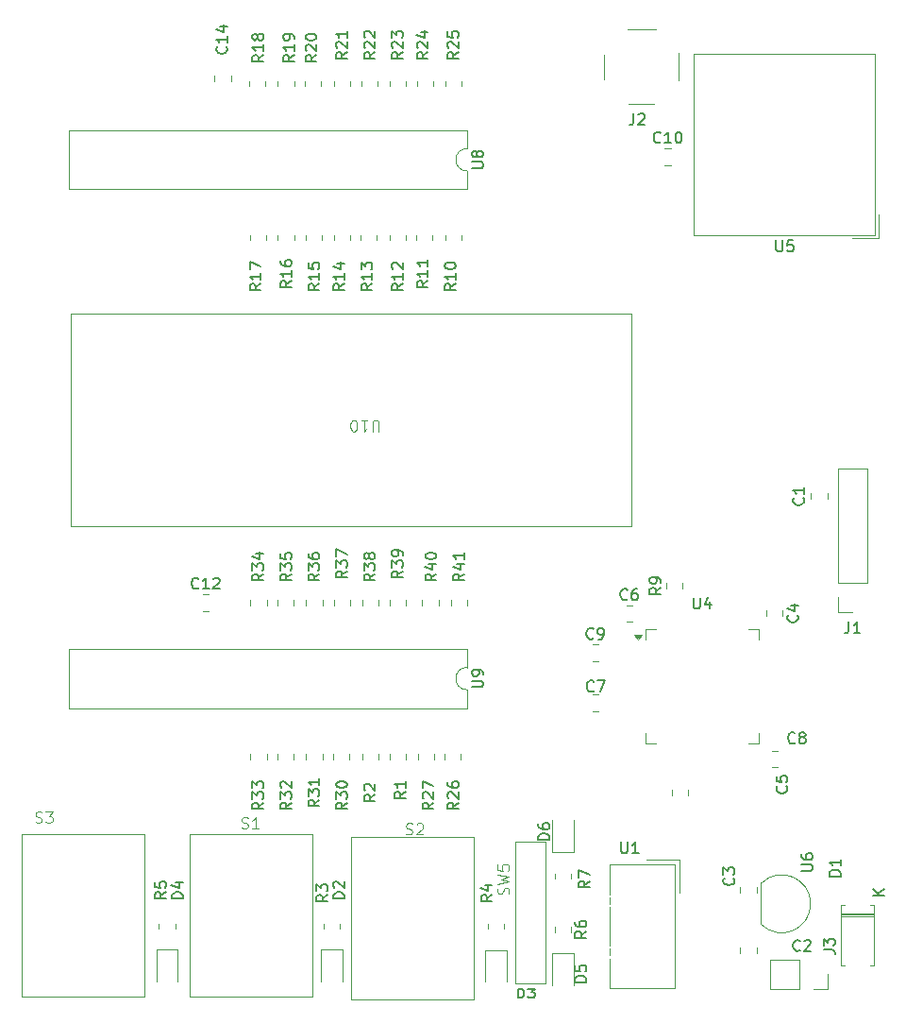
<source format=gbr>
%TF.GenerationSoftware,KiCad,Pcbnew,8.0.3*%
%TF.CreationDate,2024-07-31T08:37:56+01:00*%
%TF.ProjectId,controller,636f6e74-726f-46c6-9c65-722e6b696361,rev?*%
%TF.SameCoordinates,Original*%
%TF.FileFunction,Legend,Top*%
%TF.FilePolarity,Positive*%
%FSLAX46Y46*%
G04 Gerber Fmt 4.6, Leading zero omitted, Abs format (unit mm)*
G04 Created by KiCad (PCBNEW 8.0.3) date 2024-07-31 08:37:56*
%MOMM*%
%LPD*%
G01*
G04 APERTURE LIST*
%ADD10C,0.150000*%
%ADD11C,0.100000*%
%ADD12C,0.120000*%
G04 APERTURE END LIST*
D10*
X113704819Y-118642857D02*
X113228628Y-118976190D01*
X113704819Y-119214285D02*
X112704819Y-119214285D01*
X112704819Y-119214285D02*
X112704819Y-118833333D01*
X112704819Y-118833333D02*
X112752438Y-118738095D01*
X112752438Y-118738095D02*
X112800057Y-118690476D01*
X112800057Y-118690476D02*
X112895295Y-118642857D01*
X112895295Y-118642857D02*
X113038152Y-118642857D01*
X113038152Y-118642857D02*
X113133390Y-118690476D01*
X113133390Y-118690476D02*
X113181009Y-118738095D01*
X113181009Y-118738095D02*
X113228628Y-118833333D01*
X113228628Y-118833333D02*
X113228628Y-119214285D01*
X112704819Y-118309523D02*
X112704819Y-117690476D01*
X112704819Y-117690476D02*
X113085771Y-118023809D01*
X113085771Y-118023809D02*
X113085771Y-117880952D01*
X113085771Y-117880952D02*
X113133390Y-117785714D01*
X113133390Y-117785714D02*
X113181009Y-117738095D01*
X113181009Y-117738095D02*
X113276247Y-117690476D01*
X113276247Y-117690476D02*
X113514342Y-117690476D01*
X113514342Y-117690476D02*
X113609580Y-117738095D01*
X113609580Y-117738095D02*
X113657200Y-117785714D01*
X113657200Y-117785714D02*
X113704819Y-117880952D01*
X113704819Y-117880952D02*
X113704819Y-118166666D01*
X113704819Y-118166666D02*
X113657200Y-118261904D01*
X113657200Y-118261904D02*
X113609580Y-118309523D01*
X112704819Y-117357142D02*
X112704819Y-116738095D01*
X112704819Y-116738095D02*
X113085771Y-117071428D01*
X113085771Y-117071428D02*
X113085771Y-116928571D01*
X113085771Y-116928571D02*
X113133390Y-116833333D01*
X113133390Y-116833333D02*
X113181009Y-116785714D01*
X113181009Y-116785714D02*
X113276247Y-116738095D01*
X113276247Y-116738095D02*
X113514342Y-116738095D01*
X113514342Y-116738095D02*
X113609580Y-116785714D01*
X113609580Y-116785714D02*
X113657200Y-116833333D01*
X113657200Y-116833333D02*
X113704819Y-116928571D01*
X113704819Y-116928571D02*
X113704819Y-117214285D01*
X113704819Y-117214285D02*
X113657200Y-117309523D01*
X113657200Y-117309523D02*
X113609580Y-117357142D01*
X166211666Y-102439819D02*
X166211666Y-103154104D01*
X166211666Y-103154104D02*
X166164047Y-103296961D01*
X166164047Y-103296961D02*
X166068809Y-103392200D01*
X166068809Y-103392200D02*
X165925952Y-103439819D01*
X165925952Y-103439819D02*
X165830714Y-103439819D01*
X167211666Y-103439819D02*
X166640238Y-103439819D01*
X166925952Y-103439819D02*
X166925952Y-102439819D01*
X166925952Y-102439819D02*
X166830714Y-102582676D01*
X166830714Y-102582676D02*
X166735476Y-102677914D01*
X166735476Y-102677914D02*
X166640238Y-102725533D01*
X142954819Y-125666666D02*
X142478628Y-125999999D01*
X142954819Y-126238094D02*
X141954819Y-126238094D01*
X141954819Y-126238094D02*
X141954819Y-125857142D01*
X141954819Y-125857142D02*
X142002438Y-125761904D01*
X142002438Y-125761904D02*
X142050057Y-125714285D01*
X142050057Y-125714285D02*
X142145295Y-125666666D01*
X142145295Y-125666666D02*
X142288152Y-125666666D01*
X142288152Y-125666666D02*
X142383390Y-125714285D01*
X142383390Y-125714285D02*
X142431009Y-125761904D01*
X142431009Y-125761904D02*
X142478628Y-125857142D01*
X142478628Y-125857142D02*
X142478628Y-126238094D01*
X141954819Y-125333332D02*
X141954819Y-124666666D01*
X141954819Y-124666666D02*
X142954819Y-125095237D01*
X116204819Y-98142857D02*
X115728628Y-98476190D01*
X116204819Y-98714285D02*
X115204819Y-98714285D01*
X115204819Y-98714285D02*
X115204819Y-98333333D01*
X115204819Y-98333333D02*
X115252438Y-98238095D01*
X115252438Y-98238095D02*
X115300057Y-98190476D01*
X115300057Y-98190476D02*
X115395295Y-98142857D01*
X115395295Y-98142857D02*
X115538152Y-98142857D01*
X115538152Y-98142857D02*
X115633390Y-98190476D01*
X115633390Y-98190476D02*
X115681009Y-98238095D01*
X115681009Y-98238095D02*
X115728628Y-98333333D01*
X115728628Y-98333333D02*
X115728628Y-98714285D01*
X115204819Y-97809523D02*
X115204819Y-97190476D01*
X115204819Y-97190476D02*
X115585771Y-97523809D01*
X115585771Y-97523809D02*
X115585771Y-97380952D01*
X115585771Y-97380952D02*
X115633390Y-97285714D01*
X115633390Y-97285714D02*
X115681009Y-97238095D01*
X115681009Y-97238095D02*
X115776247Y-97190476D01*
X115776247Y-97190476D02*
X116014342Y-97190476D01*
X116014342Y-97190476D02*
X116109580Y-97238095D01*
X116109580Y-97238095D02*
X116157200Y-97285714D01*
X116157200Y-97285714D02*
X116204819Y-97380952D01*
X116204819Y-97380952D02*
X116204819Y-97666666D01*
X116204819Y-97666666D02*
X116157200Y-97761904D01*
X116157200Y-97761904D02*
X116109580Y-97809523D01*
X115204819Y-96285714D02*
X115204819Y-96761904D01*
X115204819Y-96761904D02*
X115681009Y-96809523D01*
X115681009Y-96809523D02*
X115633390Y-96761904D01*
X115633390Y-96761904D02*
X115585771Y-96666666D01*
X115585771Y-96666666D02*
X115585771Y-96428571D01*
X115585771Y-96428571D02*
X115633390Y-96333333D01*
X115633390Y-96333333D02*
X115681009Y-96285714D01*
X115681009Y-96285714D02*
X115776247Y-96238095D01*
X115776247Y-96238095D02*
X116014342Y-96238095D01*
X116014342Y-96238095D02*
X116109580Y-96285714D01*
X116109580Y-96285714D02*
X116157200Y-96333333D01*
X116157200Y-96333333D02*
X116204819Y-96428571D01*
X116204819Y-96428571D02*
X116204819Y-96666666D01*
X116204819Y-96666666D02*
X116157200Y-96761904D01*
X116157200Y-96761904D02*
X116109580Y-96809523D01*
X139349819Y-121978094D02*
X138349819Y-121978094D01*
X138349819Y-121978094D02*
X138349819Y-121739999D01*
X138349819Y-121739999D02*
X138397438Y-121597142D01*
X138397438Y-121597142D02*
X138492676Y-121501904D01*
X138492676Y-121501904D02*
X138587914Y-121454285D01*
X138587914Y-121454285D02*
X138778390Y-121406666D01*
X138778390Y-121406666D02*
X138921247Y-121406666D01*
X138921247Y-121406666D02*
X139111723Y-121454285D01*
X139111723Y-121454285D02*
X139206961Y-121501904D01*
X139206961Y-121501904D02*
X139302200Y-121597142D01*
X139302200Y-121597142D02*
X139349819Y-121739999D01*
X139349819Y-121739999D02*
X139349819Y-121978094D01*
X138349819Y-120549523D02*
X138349819Y-120739999D01*
X138349819Y-120739999D02*
X138397438Y-120835237D01*
X138397438Y-120835237D02*
X138445057Y-120882856D01*
X138445057Y-120882856D02*
X138587914Y-120978094D01*
X138587914Y-120978094D02*
X138778390Y-121025713D01*
X138778390Y-121025713D02*
X139159342Y-121025713D01*
X139159342Y-121025713D02*
X139254580Y-120978094D01*
X139254580Y-120978094D02*
X139302200Y-120930475D01*
X139302200Y-120930475D02*
X139349819Y-120835237D01*
X139349819Y-120835237D02*
X139349819Y-120644761D01*
X139349819Y-120644761D02*
X139302200Y-120549523D01*
X139302200Y-120549523D02*
X139254580Y-120501904D01*
X139254580Y-120501904D02*
X139159342Y-120454285D01*
X139159342Y-120454285D02*
X138921247Y-120454285D01*
X138921247Y-120454285D02*
X138826009Y-120501904D01*
X138826009Y-120501904D02*
X138778390Y-120549523D01*
X138778390Y-120549523D02*
X138730771Y-120644761D01*
X138730771Y-120644761D02*
X138730771Y-120835237D01*
X138730771Y-120835237D02*
X138778390Y-120930475D01*
X138778390Y-120930475D02*
X138826009Y-120978094D01*
X138826009Y-120978094D02*
X138921247Y-121025713D01*
X149319642Y-59429580D02*
X149272023Y-59477200D01*
X149272023Y-59477200D02*
X149129166Y-59524819D01*
X149129166Y-59524819D02*
X149033928Y-59524819D01*
X149033928Y-59524819D02*
X148891071Y-59477200D01*
X148891071Y-59477200D02*
X148795833Y-59381961D01*
X148795833Y-59381961D02*
X148748214Y-59286723D01*
X148748214Y-59286723D02*
X148700595Y-59096247D01*
X148700595Y-59096247D02*
X148700595Y-58953390D01*
X148700595Y-58953390D02*
X148748214Y-58762914D01*
X148748214Y-58762914D02*
X148795833Y-58667676D01*
X148795833Y-58667676D02*
X148891071Y-58572438D01*
X148891071Y-58572438D02*
X149033928Y-58524819D01*
X149033928Y-58524819D02*
X149129166Y-58524819D01*
X149129166Y-58524819D02*
X149272023Y-58572438D01*
X149272023Y-58572438D02*
X149319642Y-58620057D01*
X150272023Y-59524819D02*
X149700595Y-59524819D01*
X149986309Y-59524819D02*
X149986309Y-58524819D01*
X149986309Y-58524819D02*
X149891071Y-58667676D01*
X149891071Y-58667676D02*
X149795833Y-58762914D01*
X149795833Y-58762914D02*
X149700595Y-58810533D01*
X150891071Y-58524819D02*
X150986309Y-58524819D01*
X150986309Y-58524819D02*
X151081547Y-58572438D01*
X151081547Y-58572438D02*
X151129166Y-58620057D01*
X151129166Y-58620057D02*
X151176785Y-58715295D01*
X151176785Y-58715295D02*
X151224404Y-58905771D01*
X151224404Y-58905771D02*
X151224404Y-59143866D01*
X151224404Y-59143866D02*
X151176785Y-59334342D01*
X151176785Y-59334342D02*
X151129166Y-59429580D01*
X151129166Y-59429580D02*
X151081547Y-59477200D01*
X151081547Y-59477200D02*
X150986309Y-59524819D01*
X150986309Y-59524819D02*
X150891071Y-59524819D01*
X150891071Y-59524819D02*
X150795833Y-59477200D01*
X150795833Y-59477200D02*
X150748214Y-59429580D01*
X150748214Y-59429580D02*
X150700595Y-59334342D01*
X150700595Y-59334342D02*
X150652976Y-59143866D01*
X150652976Y-59143866D02*
X150652976Y-58905771D01*
X150652976Y-58905771D02*
X150700595Y-58715295D01*
X150700595Y-58715295D02*
X150748214Y-58620057D01*
X150748214Y-58620057D02*
X150795833Y-58572438D01*
X150795833Y-58572438D02*
X150891071Y-58524819D01*
X120954819Y-72142857D02*
X120478628Y-72476190D01*
X120954819Y-72714285D02*
X119954819Y-72714285D01*
X119954819Y-72714285D02*
X119954819Y-72333333D01*
X119954819Y-72333333D02*
X120002438Y-72238095D01*
X120002438Y-72238095D02*
X120050057Y-72190476D01*
X120050057Y-72190476D02*
X120145295Y-72142857D01*
X120145295Y-72142857D02*
X120288152Y-72142857D01*
X120288152Y-72142857D02*
X120383390Y-72190476D01*
X120383390Y-72190476D02*
X120431009Y-72238095D01*
X120431009Y-72238095D02*
X120478628Y-72333333D01*
X120478628Y-72333333D02*
X120478628Y-72714285D01*
X120954819Y-71190476D02*
X120954819Y-71761904D01*
X120954819Y-71476190D02*
X119954819Y-71476190D01*
X119954819Y-71476190D02*
X120097676Y-71571428D01*
X120097676Y-71571428D02*
X120192914Y-71666666D01*
X120192914Y-71666666D02*
X120240533Y-71761904D01*
X120288152Y-70333333D02*
X120954819Y-70333333D01*
X119907200Y-70571428D02*
X120621485Y-70809523D01*
X120621485Y-70809523D02*
X120621485Y-70190476D01*
X143333333Y-108609580D02*
X143285714Y-108657200D01*
X143285714Y-108657200D02*
X143142857Y-108704819D01*
X143142857Y-108704819D02*
X143047619Y-108704819D01*
X143047619Y-108704819D02*
X142904762Y-108657200D01*
X142904762Y-108657200D02*
X142809524Y-108561961D01*
X142809524Y-108561961D02*
X142761905Y-108466723D01*
X142761905Y-108466723D02*
X142714286Y-108276247D01*
X142714286Y-108276247D02*
X142714286Y-108133390D01*
X142714286Y-108133390D02*
X142761905Y-107942914D01*
X142761905Y-107942914D02*
X142809524Y-107847676D01*
X142809524Y-107847676D02*
X142904762Y-107752438D01*
X142904762Y-107752438D02*
X143047619Y-107704819D01*
X143047619Y-107704819D02*
X143142857Y-107704819D01*
X143142857Y-107704819D02*
X143285714Y-107752438D01*
X143285714Y-107752438D02*
X143333333Y-107800057D01*
X143666667Y-107704819D02*
X144333333Y-107704819D01*
X144333333Y-107704819D02*
X143904762Y-108704819D01*
X161833333Y-131859580D02*
X161785714Y-131907200D01*
X161785714Y-131907200D02*
X161642857Y-131954819D01*
X161642857Y-131954819D02*
X161547619Y-131954819D01*
X161547619Y-131954819D02*
X161404762Y-131907200D01*
X161404762Y-131907200D02*
X161309524Y-131811961D01*
X161309524Y-131811961D02*
X161261905Y-131716723D01*
X161261905Y-131716723D02*
X161214286Y-131526247D01*
X161214286Y-131526247D02*
X161214286Y-131383390D01*
X161214286Y-131383390D02*
X161261905Y-131192914D01*
X161261905Y-131192914D02*
X161309524Y-131097676D01*
X161309524Y-131097676D02*
X161404762Y-131002438D01*
X161404762Y-131002438D02*
X161547619Y-130954819D01*
X161547619Y-130954819D02*
X161642857Y-130954819D01*
X161642857Y-130954819D02*
X161785714Y-131002438D01*
X161785714Y-131002438D02*
X161833333Y-131050057D01*
X162214286Y-131050057D02*
X162261905Y-131002438D01*
X162261905Y-131002438D02*
X162357143Y-130954819D01*
X162357143Y-130954819D02*
X162595238Y-130954819D01*
X162595238Y-130954819D02*
X162690476Y-131002438D01*
X162690476Y-131002438D02*
X162738095Y-131050057D01*
X162738095Y-131050057D02*
X162785714Y-131145295D01*
X162785714Y-131145295D02*
X162785714Y-131240533D01*
X162785714Y-131240533D02*
X162738095Y-131383390D01*
X162738095Y-131383390D02*
X162166667Y-131954819D01*
X162166667Y-131954819D02*
X162785714Y-131954819D01*
X160609580Y-117166666D02*
X160657200Y-117214285D01*
X160657200Y-117214285D02*
X160704819Y-117357142D01*
X160704819Y-117357142D02*
X160704819Y-117452380D01*
X160704819Y-117452380D02*
X160657200Y-117595237D01*
X160657200Y-117595237D02*
X160561961Y-117690475D01*
X160561961Y-117690475D02*
X160466723Y-117738094D01*
X160466723Y-117738094D02*
X160276247Y-117785713D01*
X160276247Y-117785713D02*
X160133390Y-117785713D01*
X160133390Y-117785713D02*
X159942914Y-117738094D01*
X159942914Y-117738094D02*
X159847676Y-117690475D01*
X159847676Y-117690475D02*
X159752438Y-117595237D01*
X159752438Y-117595237D02*
X159704819Y-117452380D01*
X159704819Y-117452380D02*
X159704819Y-117357142D01*
X159704819Y-117357142D02*
X159752438Y-117214285D01*
X159752438Y-117214285D02*
X159800057Y-117166666D01*
X159704819Y-116261904D02*
X159704819Y-116738094D01*
X159704819Y-116738094D02*
X160181009Y-116785713D01*
X160181009Y-116785713D02*
X160133390Y-116738094D01*
X160133390Y-116738094D02*
X160085771Y-116642856D01*
X160085771Y-116642856D02*
X160085771Y-116404761D01*
X160085771Y-116404761D02*
X160133390Y-116309523D01*
X160133390Y-116309523D02*
X160181009Y-116261904D01*
X160181009Y-116261904D02*
X160276247Y-116214285D01*
X160276247Y-116214285D02*
X160514342Y-116214285D01*
X160514342Y-116214285D02*
X160609580Y-116261904D01*
X160609580Y-116261904D02*
X160657200Y-116309523D01*
X160657200Y-116309523D02*
X160704819Y-116404761D01*
X160704819Y-116404761D02*
X160704819Y-116642856D01*
X160704819Y-116642856D02*
X160657200Y-116738094D01*
X160657200Y-116738094D02*
X160609580Y-116785713D01*
X161954819Y-124761904D02*
X162764342Y-124761904D01*
X162764342Y-124761904D02*
X162859580Y-124714285D01*
X162859580Y-124714285D02*
X162907200Y-124666666D01*
X162907200Y-124666666D02*
X162954819Y-124571428D01*
X162954819Y-124571428D02*
X162954819Y-124380952D01*
X162954819Y-124380952D02*
X162907200Y-124285714D01*
X162907200Y-124285714D02*
X162859580Y-124238095D01*
X162859580Y-124238095D02*
X162764342Y-124190476D01*
X162764342Y-124190476D02*
X161954819Y-124190476D01*
X161954819Y-123285714D02*
X161954819Y-123476190D01*
X161954819Y-123476190D02*
X162002438Y-123571428D01*
X162002438Y-123571428D02*
X162050057Y-123619047D01*
X162050057Y-123619047D02*
X162192914Y-123714285D01*
X162192914Y-123714285D02*
X162383390Y-123761904D01*
X162383390Y-123761904D02*
X162764342Y-123761904D01*
X162764342Y-123761904D02*
X162859580Y-123714285D01*
X162859580Y-123714285D02*
X162907200Y-123666666D01*
X162907200Y-123666666D02*
X162954819Y-123571428D01*
X162954819Y-123571428D02*
X162954819Y-123380952D01*
X162954819Y-123380952D02*
X162907200Y-123285714D01*
X162907200Y-123285714D02*
X162859580Y-123238095D01*
X162859580Y-123238095D02*
X162764342Y-123190476D01*
X162764342Y-123190476D02*
X162526247Y-123190476D01*
X162526247Y-123190476D02*
X162431009Y-123238095D01*
X162431009Y-123238095D02*
X162383390Y-123285714D01*
X162383390Y-123285714D02*
X162335771Y-123380952D01*
X162335771Y-123380952D02*
X162335771Y-123571428D01*
X162335771Y-123571428D02*
X162383390Y-123666666D01*
X162383390Y-123666666D02*
X162431009Y-123714285D01*
X162431009Y-123714285D02*
X162526247Y-123761904D01*
X128954819Y-118642857D02*
X128478628Y-118976190D01*
X128954819Y-119214285D02*
X127954819Y-119214285D01*
X127954819Y-119214285D02*
X127954819Y-118833333D01*
X127954819Y-118833333D02*
X128002438Y-118738095D01*
X128002438Y-118738095D02*
X128050057Y-118690476D01*
X128050057Y-118690476D02*
X128145295Y-118642857D01*
X128145295Y-118642857D02*
X128288152Y-118642857D01*
X128288152Y-118642857D02*
X128383390Y-118690476D01*
X128383390Y-118690476D02*
X128431009Y-118738095D01*
X128431009Y-118738095D02*
X128478628Y-118833333D01*
X128478628Y-118833333D02*
X128478628Y-119214285D01*
X128050057Y-118261904D02*
X128002438Y-118214285D01*
X128002438Y-118214285D02*
X127954819Y-118119047D01*
X127954819Y-118119047D02*
X127954819Y-117880952D01*
X127954819Y-117880952D02*
X128002438Y-117785714D01*
X128002438Y-117785714D02*
X128050057Y-117738095D01*
X128050057Y-117738095D02*
X128145295Y-117690476D01*
X128145295Y-117690476D02*
X128240533Y-117690476D01*
X128240533Y-117690476D02*
X128383390Y-117738095D01*
X128383390Y-117738095D02*
X128954819Y-118309523D01*
X128954819Y-118309523D02*
X128954819Y-117690476D01*
X127954819Y-117357142D02*
X127954819Y-116690476D01*
X127954819Y-116690476D02*
X128954819Y-117119047D01*
X116204819Y-71892857D02*
X115728628Y-72226190D01*
X116204819Y-72464285D02*
X115204819Y-72464285D01*
X115204819Y-72464285D02*
X115204819Y-72083333D01*
X115204819Y-72083333D02*
X115252438Y-71988095D01*
X115252438Y-71988095D02*
X115300057Y-71940476D01*
X115300057Y-71940476D02*
X115395295Y-71892857D01*
X115395295Y-71892857D02*
X115538152Y-71892857D01*
X115538152Y-71892857D02*
X115633390Y-71940476D01*
X115633390Y-71940476D02*
X115681009Y-71988095D01*
X115681009Y-71988095D02*
X115728628Y-72083333D01*
X115728628Y-72083333D02*
X115728628Y-72464285D01*
X116204819Y-70940476D02*
X116204819Y-71511904D01*
X116204819Y-71226190D02*
X115204819Y-71226190D01*
X115204819Y-71226190D02*
X115347676Y-71321428D01*
X115347676Y-71321428D02*
X115442914Y-71416666D01*
X115442914Y-71416666D02*
X115490533Y-71511904D01*
X115204819Y-70083333D02*
X115204819Y-70273809D01*
X115204819Y-70273809D02*
X115252438Y-70369047D01*
X115252438Y-70369047D02*
X115300057Y-70416666D01*
X115300057Y-70416666D02*
X115442914Y-70511904D01*
X115442914Y-70511904D02*
X115633390Y-70559523D01*
X115633390Y-70559523D02*
X116014342Y-70559523D01*
X116014342Y-70559523D02*
X116109580Y-70511904D01*
X116109580Y-70511904D02*
X116157200Y-70464285D01*
X116157200Y-70464285D02*
X116204819Y-70369047D01*
X116204819Y-70369047D02*
X116204819Y-70178571D01*
X116204819Y-70178571D02*
X116157200Y-70083333D01*
X116157200Y-70083333D02*
X116109580Y-70035714D01*
X116109580Y-70035714D02*
X116014342Y-69988095D01*
X116014342Y-69988095D02*
X115776247Y-69988095D01*
X115776247Y-69988095D02*
X115681009Y-70035714D01*
X115681009Y-70035714D02*
X115633390Y-70083333D01*
X115633390Y-70083333D02*
X115585771Y-70178571D01*
X115585771Y-70178571D02*
X115585771Y-70369047D01*
X115585771Y-70369047D02*
X115633390Y-70464285D01*
X115633390Y-70464285D02*
X115681009Y-70511904D01*
X115681009Y-70511904D02*
X115776247Y-70559523D01*
X146904166Y-56894819D02*
X146904166Y-57609104D01*
X146904166Y-57609104D02*
X146856547Y-57751961D01*
X146856547Y-57751961D02*
X146761309Y-57847200D01*
X146761309Y-57847200D02*
X146618452Y-57894819D01*
X146618452Y-57894819D02*
X146523214Y-57894819D01*
X147332738Y-56990057D02*
X147380357Y-56942438D01*
X147380357Y-56942438D02*
X147475595Y-56894819D01*
X147475595Y-56894819D02*
X147713690Y-56894819D01*
X147713690Y-56894819D02*
X147808928Y-56942438D01*
X147808928Y-56942438D02*
X147856547Y-56990057D01*
X147856547Y-56990057D02*
X147904166Y-57085295D01*
X147904166Y-57085295D02*
X147904166Y-57180533D01*
X147904166Y-57180533D02*
X147856547Y-57323390D01*
X147856547Y-57323390D02*
X147285119Y-57894819D01*
X147285119Y-57894819D02*
X147904166Y-57894819D01*
X118704819Y-98142857D02*
X118228628Y-98476190D01*
X118704819Y-98714285D02*
X117704819Y-98714285D01*
X117704819Y-98714285D02*
X117704819Y-98333333D01*
X117704819Y-98333333D02*
X117752438Y-98238095D01*
X117752438Y-98238095D02*
X117800057Y-98190476D01*
X117800057Y-98190476D02*
X117895295Y-98142857D01*
X117895295Y-98142857D02*
X118038152Y-98142857D01*
X118038152Y-98142857D02*
X118133390Y-98190476D01*
X118133390Y-98190476D02*
X118181009Y-98238095D01*
X118181009Y-98238095D02*
X118228628Y-98333333D01*
X118228628Y-98333333D02*
X118228628Y-98714285D01*
X117704819Y-97809523D02*
X117704819Y-97190476D01*
X117704819Y-97190476D02*
X118085771Y-97523809D01*
X118085771Y-97523809D02*
X118085771Y-97380952D01*
X118085771Y-97380952D02*
X118133390Y-97285714D01*
X118133390Y-97285714D02*
X118181009Y-97238095D01*
X118181009Y-97238095D02*
X118276247Y-97190476D01*
X118276247Y-97190476D02*
X118514342Y-97190476D01*
X118514342Y-97190476D02*
X118609580Y-97238095D01*
X118609580Y-97238095D02*
X118657200Y-97285714D01*
X118657200Y-97285714D02*
X118704819Y-97380952D01*
X118704819Y-97380952D02*
X118704819Y-97666666D01*
X118704819Y-97666666D02*
X118657200Y-97761904D01*
X118657200Y-97761904D02*
X118609580Y-97809523D01*
X117704819Y-96333333D02*
X117704819Y-96523809D01*
X117704819Y-96523809D02*
X117752438Y-96619047D01*
X117752438Y-96619047D02*
X117800057Y-96666666D01*
X117800057Y-96666666D02*
X117942914Y-96761904D01*
X117942914Y-96761904D02*
X118133390Y-96809523D01*
X118133390Y-96809523D02*
X118514342Y-96809523D01*
X118514342Y-96809523D02*
X118609580Y-96761904D01*
X118609580Y-96761904D02*
X118657200Y-96714285D01*
X118657200Y-96714285D02*
X118704819Y-96619047D01*
X118704819Y-96619047D02*
X118704819Y-96428571D01*
X118704819Y-96428571D02*
X118657200Y-96333333D01*
X118657200Y-96333333D02*
X118609580Y-96285714D01*
X118609580Y-96285714D02*
X118514342Y-96238095D01*
X118514342Y-96238095D02*
X118276247Y-96238095D01*
X118276247Y-96238095D02*
X118181009Y-96285714D01*
X118181009Y-96285714D02*
X118133390Y-96333333D01*
X118133390Y-96333333D02*
X118085771Y-96428571D01*
X118085771Y-96428571D02*
X118085771Y-96619047D01*
X118085771Y-96619047D02*
X118133390Y-96714285D01*
X118133390Y-96714285D02*
X118181009Y-96761904D01*
X118181009Y-96761904D02*
X118276247Y-96809523D01*
X161378333Y-113254580D02*
X161330714Y-113302200D01*
X161330714Y-113302200D02*
X161187857Y-113349819D01*
X161187857Y-113349819D02*
X161092619Y-113349819D01*
X161092619Y-113349819D02*
X160949762Y-113302200D01*
X160949762Y-113302200D02*
X160854524Y-113206961D01*
X160854524Y-113206961D02*
X160806905Y-113111723D01*
X160806905Y-113111723D02*
X160759286Y-112921247D01*
X160759286Y-112921247D02*
X160759286Y-112778390D01*
X160759286Y-112778390D02*
X160806905Y-112587914D01*
X160806905Y-112587914D02*
X160854524Y-112492676D01*
X160854524Y-112492676D02*
X160949762Y-112397438D01*
X160949762Y-112397438D02*
X161092619Y-112349819D01*
X161092619Y-112349819D02*
X161187857Y-112349819D01*
X161187857Y-112349819D02*
X161330714Y-112397438D01*
X161330714Y-112397438D02*
X161378333Y-112445057D01*
X161949762Y-112778390D02*
X161854524Y-112730771D01*
X161854524Y-112730771D02*
X161806905Y-112683152D01*
X161806905Y-112683152D02*
X161759286Y-112587914D01*
X161759286Y-112587914D02*
X161759286Y-112540295D01*
X161759286Y-112540295D02*
X161806905Y-112445057D01*
X161806905Y-112445057D02*
X161854524Y-112397438D01*
X161854524Y-112397438D02*
X161949762Y-112349819D01*
X161949762Y-112349819D02*
X162140238Y-112349819D01*
X162140238Y-112349819D02*
X162235476Y-112397438D01*
X162235476Y-112397438D02*
X162283095Y-112445057D01*
X162283095Y-112445057D02*
X162330714Y-112540295D01*
X162330714Y-112540295D02*
X162330714Y-112587914D01*
X162330714Y-112587914D02*
X162283095Y-112683152D01*
X162283095Y-112683152D02*
X162235476Y-112730771D01*
X162235476Y-112730771D02*
X162140238Y-112778390D01*
X162140238Y-112778390D02*
X161949762Y-112778390D01*
X161949762Y-112778390D02*
X161854524Y-112826009D01*
X161854524Y-112826009D02*
X161806905Y-112873628D01*
X161806905Y-112873628D02*
X161759286Y-112968866D01*
X161759286Y-112968866D02*
X161759286Y-113159342D01*
X161759286Y-113159342D02*
X161806905Y-113254580D01*
X161806905Y-113254580D02*
X161854524Y-113302200D01*
X161854524Y-113302200D02*
X161949762Y-113349819D01*
X161949762Y-113349819D02*
X162140238Y-113349819D01*
X162140238Y-113349819D02*
X162235476Y-113302200D01*
X162235476Y-113302200D02*
X162283095Y-113254580D01*
X162283095Y-113254580D02*
X162330714Y-113159342D01*
X162330714Y-113159342D02*
X162330714Y-112968866D01*
X162330714Y-112968866D02*
X162283095Y-112873628D01*
X162283095Y-112873628D02*
X162235476Y-112826009D01*
X162235476Y-112826009D02*
X162140238Y-112778390D01*
X116204819Y-118642857D02*
X115728628Y-118976190D01*
X116204819Y-119214285D02*
X115204819Y-119214285D01*
X115204819Y-119214285D02*
X115204819Y-118833333D01*
X115204819Y-118833333D02*
X115252438Y-118738095D01*
X115252438Y-118738095D02*
X115300057Y-118690476D01*
X115300057Y-118690476D02*
X115395295Y-118642857D01*
X115395295Y-118642857D02*
X115538152Y-118642857D01*
X115538152Y-118642857D02*
X115633390Y-118690476D01*
X115633390Y-118690476D02*
X115681009Y-118738095D01*
X115681009Y-118738095D02*
X115728628Y-118833333D01*
X115728628Y-118833333D02*
X115728628Y-119214285D01*
X115204819Y-118309523D02*
X115204819Y-117690476D01*
X115204819Y-117690476D02*
X115585771Y-118023809D01*
X115585771Y-118023809D02*
X115585771Y-117880952D01*
X115585771Y-117880952D02*
X115633390Y-117785714D01*
X115633390Y-117785714D02*
X115681009Y-117738095D01*
X115681009Y-117738095D02*
X115776247Y-117690476D01*
X115776247Y-117690476D02*
X116014342Y-117690476D01*
X116014342Y-117690476D02*
X116109580Y-117738095D01*
X116109580Y-117738095D02*
X116157200Y-117785714D01*
X116157200Y-117785714D02*
X116204819Y-117880952D01*
X116204819Y-117880952D02*
X116204819Y-118166666D01*
X116204819Y-118166666D02*
X116157200Y-118261904D01*
X116157200Y-118261904D02*
X116109580Y-118309523D01*
X115300057Y-117309523D02*
X115252438Y-117261904D01*
X115252438Y-117261904D02*
X115204819Y-117166666D01*
X115204819Y-117166666D02*
X115204819Y-116928571D01*
X115204819Y-116928571D02*
X115252438Y-116833333D01*
X115252438Y-116833333D02*
X115300057Y-116785714D01*
X115300057Y-116785714D02*
X115395295Y-116738095D01*
X115395295Y-116738095D02*
X115490533Y-116738095D01*
X115490533Y-116738095D02*
X115633390Y-116785714D01*
X115633390Y-116785714D02*
X116204819Y-117357142D01*
X116204819Y-117357142D02*
X116204819Y-116738095D01*
X118704819Y-118392857D02*
X118228628Y-118726190D01*
X118704819Y-118964285D02*
X117704819Y-118964285D01*
X117704819Y-118964285D02*
X117704819Y-118583333D01*
X117704819Y-118583333D02*
X117752438Y-118488095D01*
X117752438Y-118488095D02*
X117800057Y-118440476D01*
X117800057Y-118440476D02*
X117895295Y-118392857D01*
X117895295Y-118392857D02*
X118038152Y-118392857D01*
X118038152Y-118392857D02*
X118133390Y-118440476D01*
X118133390Y-118440476D02*
X118181009Y-118488095D01*
X118181009Y-118488095D02*
X118228628Y-118583333D01*
X118228628Y-118583333D02*
X118228628Y-118964285D01*
X117704819Y-118059523D02*
X117704819Y-117440476D01*
X117704819Y-117440476D02*
X118085771Y-117773809D01*
X118085771Y-117773809D02*
X118085771Y-117630952D01*
X118085771Y-117630952D02*
X118133390Y-117535714D01*
X118133390Y-117535714D02*
X118181009Y-117488095D01*
X118181009Y-117488095D02*
X118276247Y-117440476D01*
X118276247Y-117440476D02*
X118514342Y-117440476D01*
X118514342Y-117440476D02*
X118609580Y-117488095D01*
X118609580Y-117488095D02*
X118657200Y-117535714D01*
X118657200Y-117535714D02*
X118704819Y-117630952D01*
X118704819Y-117630952D02*
X118704819Y-117916666D01*
X118704819Y-117916666D02*
X118657200Y-118011904D01*
X118657200Y-118011904D02*
X118609580Y-118059523D01*
X118704819Y-116488095D02*
X118704819Y-117059523D01*
X118704819Y-116773809D02*
X117704819Y-116773809D01*
X117704819Y-116773809D02*
X117847676Y-116869047D01*
X117847676Y-116869047D02*
X117942914Y-116964285D01*
X117942914Y-116964285D02*
X117990533Y-117059523D01*
X145783095Y-122169819D02*
X145783095Y-122979342D01*
X145783095Y-122979342D02*
X145830714Y-123074580D01*
X145830714Y-123074580D02*
X145878333Y-123122200D01*
X145878333Y-123122200D02*
X145973571Y-123169819D01*
X145973571Y-123169819D02*
X146164047Y-123169819D01*
X146164047Y-123169819D02*
X146259285Y-123122200D01*
X146259285Y-123122200D02*
X146306904Y-123074580D01*
X146306904Y-123074580D02*
X146354523Y-122979342D01*
X146354523Y-122979342D02*
X146354523Y-122169819D01*
X147354523Y-123169819D02*
X146783095Y-123169819D01*
X147068809Y-123169819D02*
X147068809Y-122169819D01*
X147068809Y-122169819D02*
X146973571Y-122312676D01*
X146973571Y-122312676D02*
X146878333Y-122407914D01*
X146878333Y-122407914D02*
X146783095Y-122455533D01*
X131704819Y-98142857D02*
X131228628Y-98476190D01*
X131704819Y-98714285D02*
X130704819Y-98714285D01*
X130704819Y-98714285D02*
X130704819Y-98333333D01*
X130704819Y-98333333D02*
X130752438Y-98238095D01*
X130752438Y-98238095D02*
X130800057Y-98190476D01*
X130800057Y-98190476D02*
X130895295Y-98142857D01*
X130895295Y-98142857D02*
X131038152Y-98142857D01*
X131038152Y-98142857D02*
X131133390Y-98190476D01*
X131133390Y-98190476D02*
X131181009Y-98238095D01*
X131181009Y-98238095D02*
X131228628Y-98333333D01*
X131228628Y-98333333D02*
X131228628Y-98714285D01*
X131038152Y-97285714D02*
X131704819Y-97285714D01*
X130657200Y-97523809D02*
X131371485Y-97761904D01*
X131371485Y-97761904D02*
X131371485Y-97142857D01*
X131704819Y-96238095D02*
X131704819Y-96809523D01*
X131704819Y-96523809D02*
X130704819Y-96523809D01*
X130704819Y-96523809D02*
X130847676Y-96619047D01*
X130847676Y-96619047D02*
X130942914Y-96714285D01*
X130942914Y-96714285D02*
X130990533Y-96809523D01*
X118704819Y-72142857D02*
X118228628Y-72476190D01*
X118704819Y-72714285D02*
X117704819Y-72714285D01*
X117704819Y-72714285D02*
X117704819Y-72333333D01*
X117704819Y-72333333D02*
X117752438Y-72238095D01*
X117752438Y-72238095D02*
X117800057Y-72190476D01*
X117800057Y-72190476D02*
X117895295Y-72142857D01*
X117895295Y-72142857D02*
X118038152Y-72142857D01*
X118038152Y-72142857D02*
X118133390Y-72190476D01*
X118133390Y-72190476D02*
X118181009Y-72238095D01*
X118181009Y-72238095D02*
X118228628Y-72333333D01*
X118228628Y-72333333D02*
X118228628Y-72714285D01*
X118704819Y-71190476D02*
X118704819Y-71761904D01*
X118704819Y-71476190D02*
X117704819Y-71476190D01*
X117704819Y-71476190D02*
X117847676Y-71571428D01*
X117847676Y-71571428D02*
X117942914Y-71666666D01*
X117942914Y-71666666D02*
X117990533Y-71761904D01*
X117704819Y-70285714D02*
X117704819Y-70761904D01*
X117704819Y-70761904D02*
X118181009Y-70809523D01*
X118181009Y-70809523D02*
X118133390Y-70761904D01*
X118133390Y-70761904D02*
X118085771Y-70666666D01*
X118085771Y-70666666D02*
X118085771Y-70428571D01*
X118085771Y-70428571D02*
X118133390Y-70333333D01*
X118133390Y-70333333D02*
X118181009Y-70285714D01*
X118181009Y-70285714D02*
X118276247Y-70238095D01*
X118276247Y-70238095D02*
X118514342Y-70238095D01*
X118514342Y-70238095D02*
X118609580Y-70285714D01*
X118609580Y-70285714D02*
X118657200Y-70333333D01*
X118657200Y-70333333D02*
X118704819Y-70428571D01*
X118704819Y-70428571D02*
X118704819Y-70666666D01*
X118704819Y-70666666D02*
X118657200Y-70761904D01*
X118657200Y-70761904D02*
X118609580Y-70809523D01*
X161584580Y-101844166D02*
X161632200Y-101891785D01*
X161632200Y-101891785D02*
X161679819Y-102034642D01*
X161679819Y-102034642D02*
X161679819Y-102129880D01*
X161679819Y-102129880D02*
X161632200Y-102272737D01*
X161632200Y-102272737D02*
X161536961Y-102367975D01*
X161536961Y-102367975D02*
X161441723Y-102415594D01*
X161441723Y-102415594D02*
X161251247Y-102463213D01*
X161251247Y-102463213D02*
X161108390Y-102463213D01*
X161108390Y-102463213D02*
X160917914Y-102415594D01*
X160917914Y-102415594D02*
X160822676Y-102367975D01*
X160822676Y-102367975D02*
X160727438Y-102272737D01*
X160727438Y-102272737D02*
X160679819Y-102129880D01*
X160679819Y-102129880D02*
X160679819Y-102034642D01*
X160679819Y-102034642D02*
X160727438Y-101891785D01*
X160727438Y-101891785D02*
X160775057Y-101844166D01*
X161013152Y-100987023D02*
X161679819Y-100987023D01*
X160632200Y-101225118D02*
X161346485Y-101463213D01*
X161346485Y-101463213D02*
X161346485Y-100844166D01*
X106454819Y-127238094D02*
X105454819Y-127238094D01*
X105454819Y-127238094D02*
X105454819Y-126999999D01*
X105454819Y-126999999D02*
X105502438Y-126857142D01*
X105502438Y-126857142D02*
X105597676Y-126761904D01*
X105597676Y-126761904D02*
X105692914Y-126714285D01*
X105692914Y-126714285D02*
X105883390Y-126666666D01*
X105883390Y-126666666D02*
X106026247Y-126666666D01*
X106026247Y-126666666D02*
X106216723Y-126714285D01*
X106216723Y-126714285D02*
X106311961Y-126761904D01*
X106311961Y-126761904D02*
X106407200Y-126857142D01*
X106407200Y-126857142D02*
X106454819Y-126999999D01*
X106454819Y-126999999D02*
X106454819Y-127238094D01*
X105788152Y-125809523D02*
X106454819Y-125809523D01*
X105407200Y-126047618D02*
X106121485Y-126285713D01*
X106121485Y-126285713D02*
X106121485Y-125666666D01*
X131204819Y-118642857D02*
X130728628Y-118976190D01*
X131204819Y-119214285D02*
X130204819Y-119214285D01*
X130204819Y-119214285D02*
X130204819Y-118833333D01*
X130204819Y-118833333D02*
X130252438Y-118738095D01*
X130252438Y-118738095D02*
X130300057Y-118690476D01*
X130300057Y-118690476D02*
X130395295Y-118642857D01*
X130395295Y-118642857D02*
X130538152Y-118642857D01*
X130538152Y-118642857D02*
X130633390Y-118690476D01*
X130633390Y-118690476D02*
X130681009Y-118738095D01*
X130681009Y-118738095D02*
X130728628Y-118833333D01*
X130728628Y-118833333D02*
X130728628Y-119214285D01*
X130300057Y-118261904D02*
X130252438Y-118214285D01*
X130252438Y-118214285D02*
X130204819Y-118119047D01*
X130204819Y-118119047D02*
X130204819Y-117880952D01*
X130204819Y-117880952D02*
X130252438Y-117785714D01*
X130252438Y-117785714D02*
X130300057Y-117738095D01*
X130300057Y-117738095D02*
X130395295Y-117690476D01*
X130395295Y-117690476D02*
X130490533Y-117690476D01*
X130490533Y-117690476D02*
X130633390Y-117738095D01*
X130633390Y-117738095D02*
X131204819Y-118309523D01*
X131204819Y-118309523D02*
X131204819Y-117690476D01*
X130204819Y-116833333D02*
X130204819Y-117023809D01*
X130204819Y-117023809D02*
X130252438Y-117119047D01*
X130252438Y-117119047D02*
X130300057Y-117166666D01*
X130300057Y-117166666D02*
X130442914Y-117261904D01*
X130442914Y-117261904D02*
X130633390Y-117309523D01*
X130633390Y-117309523D02*
X131014342Y-117309523D01*
X131014342Y-117309523D02*
X131109580Y-117261904D01*
X131109580Y-117261904D02*
X131157200Y-117214285D01*
X131157200Y-117214285D02*
X131204819Y-117119047D01*
X131204819Y-117119047D02*
X131204819Y-116928571D01*
X131204819Y-116928571D02*
X131157200Y-116833333D01*
X131157200Y-116833333D02*
X131109580Y-116785714D01*
X131109580Y-116785714D02*
X131014342Y-116738095D01*
X131014342Y-116738095D02*
X130776247Y-116738095D01*
X130776247Y-116738095D02*
X130681009Y-116785714D01*
X130681009Y-116785714D02*
X130633390Y-116833333D01*
X130633390Y-116833333D02*
X130585771Y-116928571D01*
X130585771Y-116928571D02*
X130585771Y-117119047D01*
X130585771Y-117119047D02*
X130633390Y-117214285D01*
X130633390Y-117214285D02*
X130681009Y-117261904D01*
X130681009Y-117261904D02*
X130776247Y-117309523D01*
X142649819Y-134729094D02*
X141649819Y-134729094D01*
X141649819Y-134729094D02*
X141649819Y-134490999D01*
X141649819Y-134490999D02*
X141697438Y-134348142D01*
X141697438Y-134348142D02*
X141792676Y-134252904D01*
X141792676Y-134252904D02*
X141887914Y-134205285D01*
X141887914Y-134205285D02*
X142078390Y-134157666D01*
X142078390Y-134157666D02*
X142221247Y-134157666D01*
X142221247Y-134157666D02*
X142411723Y-134205285D01*
X142411723Y-134205285D02*
X142506961Y-134252904D01*
X142506961Y-134252904D02*
X142602200Y-134348142D01*
X142602200Y-134348142D02*
X142649819Y-134490999D01*
X142649819Y-134490999D02*
X142649819Y-134729094D01*
X141649819Y-133252904D02*
X141649819Y-133729094D01*
X141649819Y-133729094D02*
X142126009Y-133776713D01*
X142126009Y-133776713D02*
X142078390Y-133729094D01*
X142078390Y-133729094D02*
X142030771Y-133633856D01*
X142030771Y-133633856D02*
X142030771Y-133395761D01*
X142030771Y-133395761D02*
X142078390Y-133300523D01*
X142078390Y-133300523D02*
X142126009Y-133252904D01*
X142126009Y-133252904D02*
X142221247Y-133205285D01*
X142221247Y-133205285D02*
X142459342Y-133205285D01*
X142459342Y-133205285D02*
X142554580Y-133252904D01*
X142554580Y-133252904D02*
X142602200Y-133300523D01*
X142602200Y-133300523D02*
X142649819Y-133395761D01*
X142649819Y-133395761D02*
X142649819Y-133633856D01*
X142649819Y-133633856D02*
X142602200Y-133729094D01*
X142602200Y-133729094D02*
X142554580Y-133776713D01*
X130954819Y-72142857D02*
X130478628Y-72476190D01*
X130954819Y-72714285D02*
X129954819Y-72714285D01*
X129954819Y-72714285D02*
X129954819Y-72333333D01*
X129954819Y-72333333D02*
X130002438Y-72238095D01*
X130002438Y-72238095D02*
X130050057Y-72190476D01*
X130050057Y-72190476D02*
X130145295Y-72142857D01*
X130145295Y-72142857D02*
X130288152Y-72142857D01*
X130288152Y-72142857D02*
X130383390Y-72190476D01*
X130383390Y-72190476D02*
X130431009Y-72238095D01*
X130431009Y-72238095D02*
X130478628Y-72333333D01*
X130478628Y-72333333D02*
X130478628Y-72714285D01*
X130954819Y-71190476D02*
X130954819Y-71761904D01*
X130954819Y-71476190D02*
X129954819Y-71476190D01*
X129954819Y-71476190D02*
X130097676Y-71571428D01*
X130097676Y-71571428D02*
X130192914Y-71666666D01*
X130192914Y-71666666D02*
X130240533Y-71761904D01*
X129954819Y-70571428D02*
X129954819Y-70476190D01*
X129954819Y-70476190D02*
X130002438Y-70380952D01*
X130002438Y-70380952D02*
X130050057Y-70333333D01*
X130050057Y-70333333D02*
X130145295Y-70285714D01*
X130145295Y-70285714D02*
X130335771Y-70238095D01*
X130335771Y-70238095D02*
X130573866Y-70238095D01*
X130573866Y-70238095D02*
X130764342Y-70285714D01*
X130764342Y-70285714D02*
X130859580Y-70333333D01*
X130859580Y-70333333D02*
X130907200Y-70380952D01*
X130907200Y-70380952D02*
X130954819Y-70476190D01*
X130954819Y-70476190D02*
X130954819Y-70571428D01*
X130954819Y-70571428D02*
X130907200Y-70666666D01*
X130907200Y-70666666D02*
X130859580Y-70714285D01*
X130859580Y-70714285D02*
X130764342Y-70761904D01*
X130764342Y-70761904D02*
X130573866Y-70809523D01*
X130573866Y-70809523D02*
X130335771Y-70809523D01*
X130335771Y-70809523D02*
X130145295Y-70761904D01*
X130145295Y-70761904D02*
X130050057Y-70714285D01*
X130050057Y-70714285D02*
X130002438Y-70666666D01*
X130002438Y-70666666D02*
X129954819Y-70571428D01*
X119454819Y-126916666D02*
X118978628Y-127249999D01*
X119454819Y-127488094D02*
X118454819Y-127488094D01*
X118454819Y-127488094D02*
X118454819Y-127107142D01*
X118454819Y-127107142D02*
X118502438Y-127011904D01*
X118502438Y-127011904D02*
X118550057Y-126964285D01*
X118550057Y-126964285D02*
X118645295Y-126916666D01*
X118645295Y-126916666D02*
X118788152Y-126916666D01*
X118788152Y-126916666D02*
X118883390Y-126964285D01*
X118883390Y-126964285D02*
X118931009Y-127011904D01*
X118931009Y-127011904D02*
X118978628Y-127107142D01*
X118978628Y-127107142D02*
X118978628Y-127488094D01*
X118454819Y-126583332D02*
X118454819Y-125964285D01*
X118454819Y-125964285D02*
X118835771Y-126297618D01*
X118835771Y-126297618D02*
X118835771Y-126154761D01*
X118835771Y-126154761D02*
X118883390Y-126059523D01*
X118883390Y-126059523D02*
X118931009Y-126011904D01*
X118931009Y-126011904D02*
X119026247Y-125964285D01*
X119026247Y-125964285D02*
X119264342Y-125964285D01*
X119264342Y-125964285D02*
X119359580Y-126011904D01*
X119359580Y-126011904D02*
X119407200Y-126059523D01*
X119407200Y-126059523D02*
X119454819Y-126154761D01*
X119454819Y-126154761D02*
X119454819Y-126440475D01*
X119454819Y-126440475D02*
X119407200Y-126535713D01*
X119407200Y-126535713D02*
X119359580Y-126583332D01*
X159690595Y-68247319D02*
X159690595Y-69056842D01*
X159690595Y-69056842D02*
X159738214Y-69152080D01*
X159738214Y-69152080D02*
X159785833Y-69199700D01*
X159785833Y-69199700D02*
X159881071Y-69247319D01*
X159881071Y-69247319D02*
X160071547Y-69247319D01*
X160071547Y-69247319D02*
X160166785Y-69199700D01*
X160166785Y-69199700D02*
X160214404Y-69152080D01*
X160214404Y-69152080D02*
X160262023Y-69056842D01*
X160262023Y-69056842D02*
X160262023Y-68247319D01*
X161214404Y-68247319D02*
X160738214Y-68247319D01*
X160738214Y-68247319D02*
X160690595Y-68723509D01*
X160690595Y-68723509D02*
X160738214Y-68675890D01*
X160738214Y-68675890D02*
X160833452Y-68628271D01*
X160833452Y-68628271D02*
X161071547Y-68628271D01*
X161071547Y-68628271D02*
X161166785Y-68675890D01*
X161166785Y-68675890D02*
X161214404Y-68723509D01*
X161214404Y-68723509D02*
X161262023Y-68818747D01*
X161262023Y-68818747D02*
X161262023Y-69056842D01*
X161262023Y-69056842D02*
X161214404Y-69152080D01*
X161214404Y-69152080D02*
X161166785Y-69199700D01*
X161166785Y-69199700D02*
X161071547Y-69247319D01*
X161071547Y-69247319D02*
X160833452Y-69247319D01*
X160833452Y-69247319D02*
X160738214Y-69199700D01*
X160738214Y-69199700D02*
X160690595Y-69152080D01*
X142649819Y-130182666D02*
X142173628Y-130515999D01*
X142649819Y-130754094D02*
X141649819Y-130754094D01*
X141649819Y-130754094D02*
X141649819Y-130373142D01*
X141649819Y-130373142D02*
X141697438Y-130277904D01*
X141697438Y-130277904D02*
X141745057Y-130230285D01*
X141745057Y-130230285D02*
X141840295Y-130182666D01*
X141840295Y-130182666D02*
X141983152Y-130182666D01*
X141983152Y-130182666D02*
X142078390Y-130230285D01*
X142078390Y-130230285D02*
X142126009Y-130277904D01*
X142126009Y-130277904D02*
X142173628Y-130373142D01*
X142173628Y-130373142D02*
X142173628Y-130754094D01*
X141649819Y-129325523D02*
X141649819Y-129515999D01*
X141649819Y-129515999D02*
X141697438Y-129611237D01*
X141697438Y-129611237D02*
X141745057Y-129658856D01*
X141745057Y-129658856D02*
X141887914Y-129754094D01*
X141887914Y-129754094D02*
X142078390Y-129801713D01*
X142078390Y-129801713D02*
X142459342Y-129801713D01*
X142459342Y-129801713D02*
X142554580Y-129754094D01*
X142554580Y-129754094D02*
X142602200Y-129706475D01*
X142602200Y-129706475D02*
X142649819Y-129611237D01*
X142649819Y-129611237D02*
X142649819Y-129420761D01*
X142649819Y-129420761D02*
X142602200Y-129325523D01*
X142602200Y-129325523D02*
X142554580Y-129277904D01*
X142554580Y-129277904D02*
X142459342Y-129230285D01*
X142459342Y-129230285D02*
X142221247Y-129230285D01*
X142221247Y-129230285D02*
X142126009Y-129277904D01*
X142126009Y-129277904D02*
X142078390Y-129325523D01*
X142078390Y-129325523D02*
X142030771Y-129420761D01*
X142030771Y-129420761D02*
X142030771Y-129611237D01*
X142030771Y-129611237D02*
X142078390Y-129706475D01*
X142078390Y-129706475D02*
X142126009Y-129754094D01*
X142126009Y-129754094D02*
X142221247Y-129801713D01*
D11*
X126488095Y-121444800D02*
X126630952Y-121492419D01*
X126630952Y-121492419D02*
X126869047Y-121492419D01*
X126869047Y-121492419D02*
X126964285Y-121444800D01*
X126964285Y-121444800D02*
X127011904Y-121397180D01*
X127011904Y-121397180D02*
X127059523Y-121301942D01*
X127059523Y-121301942D02*
X127059523Y-121206704D01*
X127059523Y-121206704D02*
X127011904Y-121111466D01*
X127011904Y-121111466D02*
X126964285Y-121063847D01*
X126964285Y-121063847D02*
X126869047Y-121016228D01*
X126869047Y-121016228D02*
X126678571Y-120968609D01*
X126678571Y-120968609D02*
X126583333Y-120920990D01*
X126583333Y-120920990D02*
X126535714Y-120873371D01*
X126535714Y-120873371D02*
X126488095Y-120778133D01*
X126488095Y-120778133D02*
X126488095Y-120682895D01*
X126488095Y-120682895D02*
X126535714Y-120587657D01*
X126535714Y-120587657D02*
X126583333Y-120540038D01*
X126583333Y-120540038D02*
X126678571Y-120492419D01*
X126678571Y-120492419D02*
X126916666Y-120492419D01*
X126916666Y-120492419D02*
X127059523Y-120540038D01*
X127440476Y-120587657D02*
X127488095Y-120540038D01*
X127488095Y-120540038D02*
X127583333Y-120492419D01*
X127583333Y-120492419D02*
X127821428Y-120492419D01*
X127821428Y-120492419D02*
X127916666Y-120540038D01*
X127916666Y-120540038D02*
X127964285Y-120587657D01*
X127964285Y-120587657D02*
X128011904Y-120682895D01*
X128011904Y-120682895D02*
X128011904Y-120778133D01*
X128011904Y-120778133D02*
X127964285Y-120920990D01*
X127964285Y-120920990D02*
X127392857Y-121492419D01*
X127392857Y-121492419D02*
X128011904Y-121492419D01*
D10*
X155859580Y-125416666D02*
X155907200Y-125464285D01*
X155907200Y-125464285D02*
X155954819Y-125607142D01*
X155954819Y-125607142D02*
X155954819Y-125702380D01*
X155954819Y-125702380D02*
X155907200Y-125845237D01*
X155907200Y-125845237D02*
X155811961Y-125940475D01*
X155811961Y-125940475D02*
X155716723Y-125988094D01*
X155716723Y-125988094D02*
X155526247Y-126035713D01*
X155526247Y-126035713D02*
X155383390Y-126035713D01*
X155383390Y-126035713D02*
X155192914Y-125988094D01*
X155192914Y-125988094D02*
X155097676Y-125940475D01*
X155097676Y-125940475D02*
X155002438Y-125845237D01*
X155002438Y-125845237D02*
X154954819Y-125702380D01*
X154954819Y-125702380D02*
X154954819Y-125607142D01*
X154954819Y-125607142D02*
X155002438Y-125464285D01*
X155002438Y-125464285D02*
X155050057Y-125416666D01*
X154954819Y-125083332D02*
X154954819Y-124464285D01*
X154954819Y-124464285D02*
X155335771Y-124797618D01*
X155335771Y-124797618D02*
X155335771Y-124654761D01*
X155335771Y-124654761D02*
X155383390Y-124559523D01*
X155383390Y-124559523D02*
X155431009Y-124511904D01*
X155431009Y-124511904D02*
X155526247Y-124464285D01*
X155526247Y-124464285D02*
X155764342Y-124464285D01*
X155764342Y-124464285D02*
X155859580Y-124511904D01*
X155859580Y-124511904D02*
X155907200Y-124559523D01*
X155907200Y-124559523D02*
X155954819Y-124654761D01*
X155954819Y-124654761D02*
X155954819Y-124940475D01*
X155954819Y-124940475D02*
X155907200Y-125035713D01*
X155907200Y-125035713D02*
X155859580Y-125083332D01*
X116454819Y-51642857D02*
X115978628Y-51976190D01*
X116454819Y-52214285D02*
X115454819Y-52214285D01*
X115454819Y-52214285D02*
X115454819Y-51833333D01*
X115454819Y-51833333D02*
X115502438Y-51738095D01*
X115502438Y-51738095D02*
X115550057Y-51690476D01*
X115550057Y-51690476D02*
X115645295Y-51642857D01*
X115645295Y-51642857D02*
X115788152Y-51642857D01*
X115788152Y-51642857D02*
X115883390Y-51690476D01*
X115883390Y-51690476D02*
X115931009Y-51738095D01*
X115931009Y-51738095D02*
X115978628Y-51833333D01*
X115978628Y-51833333D02*
X115978628Y-52214285D01*
X116454819Y-50690476D02*
X116454819Y-51261904D01*
X116454819Y-50976190D02*
X115454819Y-50976190D01*
X115454819Y-50976190D02*
X115597676Y-51071428D01*
X115597676Y-51071428D02*
X115692914Y-51166666D01*
X115692914Y-51166666D02*
X115740533Y-51261904D01*
X116454819Y-50214285D02*
X116454819Y-50023809D01*
X116454819Y-50023809D02*
X116407200Y-49928571D01*
X116407200Y-49928571D02*
X116359580Y-49880952D01*
X116359580Y-49880952D02*
X116216723Y-49785714D01*
X116216723Y-49785714D02*
X116026247Y-49738095D01*
X116026247Y-49738095D02*
X115645295Y-49738095D01*
X115645295Y-49738095D02*
X115550057Y-49785714D01*
X115550057Y-49785714D02*
X115502438Y-49833333D01*
X115502438Y-49833333D02*
X115454819Y-49928571D01*
X115454819Y-49928571D02*
X115454819Y-50119047D01*
X115454819Y-50119047D02*
X115502438Y-50214285D01*
X115502438Y-50214285D02*
X115550057Y-50261904D01*
X115550057Y-50261904D02*
X115645295Y-50309523D01*
X115645295Y-50309523D02*
X115883390Y-50309523D01*
X115883390Y-50309523D02*
X115978628Y-50261904D01*
X115978628Y-50261904D02*
X116026247Y-50214285D01*
X116026247Y-50214285D02*
X116073866Y-50119047D01*
X116073866Y-50119047D02*
X116073866Y-49928571D01*
X116073866Y-49928571D02*
X116026247Y-49833333D01*
X116026247Y-49833333D02*
X115978628Y-49785714D01*
X115978628Y-49785714D02*
X115883390Y-49738095D01*
X131204819Y-51392857D02*
X130728628Y-51726190D01*
X131204819Y-51964285D02*
X130204819Y-51964285D01*
X130204819Y-51964285D02*
X130204819Y-51583333D01*
X130204819Y-51583333D02*
X130252438Y-51488095D01*
X130252438Y-51488095D02*
X130300057Y-51440476D01*
X130300057Y-51440476D02*
X130395295Y-51392857D01*
X130395295Y-51392857D02*
X130538152Y-51392857D01*
X130538152Y-51392857D02*
X130633390Y-51440476D01*
X130633390Y-51440476D02*
X130681009Y-51488095D01*
X130681009Y-51488095D02*
X130728628Y-51583333D01*
X130728628Y-51583333D02*
X130728628Y-51964285D01*
X130300057Y-51011904D02*
X130252438Y-50964285D01*
X130252438Y-50964285D02*
X130204819Y-50869047D01*
X130204819Y-50869047D02*
X130204819Y-50630952D01*
X130204819Y-50630952D02*
X130252438Y-50535714D01*
X130252438Y-50535714D02*
X130300057Y-50488095D01*
X130300057Y-50488095D02*
X130395295Y-50440476D01*
X130395295Y-50440476D02*
X130490533Y-50440476D01*
X130490533Y-50440476D02*
X130633390Y-50488095D01*
X130633390Y-50488095D02*
X131204819Y-51059523D01*
X131204819Y-51059523D02*
X131204819Y-50440476D01*
X130204819Y-49535714D02*
X130204819Y-50011904D01*
X130204819Y-50011904D02*
X130681009Y-50059523D01*
X130681009Y-50059523D02*
X130633390Y-50011904D01*
X130633390Y-50011904D02*
X130585771Y-49916666D01*
X130585771Y-49916666D02*
X130585771Y-49678571D01*
X130585771Y-49678571D02*
X130633390Y-49583333D01*
X130633390Y-49583333D02*
X130681009Y-49535714D01*
X130681009Y-49535714D02*
X130776247Y-49488095D01*
X130776247Y-49488095D02*
X131014342Y-49488095D01*
X131014342Y-49488095D02*
X131109580Y-49535714D01*
X131109580Y-49535714D02*
X131157200Y-49583333D01*
X131157200Y-49583333D02*
X131204819Y-49678571D01*
X131204819Y-49678571D02*
X131204819Y-49916666D01*
X131204819Y-49916666D02*
X131157200Y-50011904D01*
X131157200Y-50011904D02*
X131109580Y-50059523D01*
X132409819Y-108286904D02*
X133219342Y-108286904D01*
X133219342Y-108286904D02*
X133314580Y-108239285D01*
X133314580Y-108239285D02*
X133362200Y-108191666D01*
X133362200Y-108191666D02*
X133409819Y-108096428D01*
X133409819Y-108096428D02*
X133409819Y-107905952D01*
X133409819Y-107905952D02*
X133362200Y-107810714D01*
X133362200Y-107810714D02*
X133314580Y-107763095D01*
X133314580Y-107763095D02*
X133219342Y-107715476D01*
X133219342Y-107715476D02*
X132409819Y-107715476D01*
X133409819Y-107191666D02*
X133409819Y-107001190D01*
X133409819Y-107001190D02*
X133362200Y-106905952D01*
X133362200Y-106905952D02*
X133314580Y-106858333D01*
X133314580Y-106858333D02*
X133171723Y-106763095D01*
X133171723Y-106763095D02*
X132981247Y-106715476D01*
X132981247Y-106715476D02*
X132600295Y-106715476D01*
X132600295Y-106715476D02*
X132505057Y-106763095D01*
X132505057Y-106763095D02*
X132457438Y-106810714D01*
X132457438Y-106810714D02*
X132409819Y-106905952D01*
X132409819Y-106905952D02*
X132409819Y-107096428D01*
X132409819Y-107096428D02*
X132457438Y-107191666D01*
X132457438Y-107191666D02*
X132505057Y-107239285D01*
X132505057Y-107239285D02*
X132600295Y-107286904D01*
X132600295Y-107286904D02*
X132838390Y-107286904D01*
X132838390Y-107286904D02*
X132933628Y-107239285D01*
X132933628Y-107239285D02*
X132981247Y-107191666D01*
X132981247Y-107191666D02*
X133028866Y-107096428D01*
X133028866Y-107096428D02*
X133028866Y-106905952D01*
X133028866Y-106905952D02*
X132981247Y-106810714D01*
X132981247Y-106810714D02*
X132933628Y-106763095D01*
X132933628Y-106763095D02*
X132838390Y-106715476D01*
X136511905Y-136112295D02*
X136511905Y-135312295D01*
X136511905Y-135312295D02*
X136750000Y-135312295D01*
X136750000Y-135312295D02*
X136892857Y-135350390D01*
X136892857Y-135350390D02*
X136988095Y-135426580D01*
X136988095Y-135426580D02*
X137035714Y-135502771D01*
X137035714Y-135502771D02*
X137083333Y-135655152D01*
X137083333Y-135655152D02*
X137083333Y-135769438D01*
X137083333Y-135769438D02*
X137035714Y-135921819D01*
X137035714Y-135921819D02*
X136988095Y-135998009D01*
X136988095Y-135998009D02*
X136892857Y-136074200D01*
X136892857Y-136074200D02*
X136750000Y-136112295D01*
X136750000Y-136112295D02*
X136511905Y-136112295D01*
X137416667Y-135312295D02*
X138035714Y-135312295D01*
X138035714Y-135312295D02*
X137702381Y-135617057D01*
X137702381Y-135617057D02*
X137845238Y-135617057D01*
X137845238Y-135617057D02*
X137940476Y-135655152D01*
X137940476Y-135655152D02*
X137988095Y-135693247D01*
X137988095Y-135693247D02*
X138035714Y-135769438D01*
X138035714Y-135769438D02*
X138035714Y-135959914D01*
X138035714Y-135959914D02*
X137988095Y-136036104D01*
X137988095Y-136036104D02*
X137940476Y-136074200D01*
X137940476Y-136074200D02*
X137845238Y-136112295D01*
X137845238Y-136112295D02*
X137559524Y-136112295D01*
X137559524Y-136112295D02*
X137464286Y-136074200D01*
X137464286Y-136074200D02*
X137416667Y-136036104D01*
X143295833Y-103894580D02*
X143248214Y-103942200D01*
X143248214Y-103942200D02*
X143105357Y-103989819D01*
X143105357Y-103989819D02*
X143010119Y-103989819D01*
X143010119Y-103989819D02*
X142867262Y-103942200D01*
X142867262Y-103942200D02*
X142772024Y-103846961D01*
X142772024Y-103846961D02*
X142724405Y-103751723D01*
X142724405Y-103751723D02*
X142676786Y-103561247D01*
X142676786Y-103561247D02*
X142676786Y-103418390D01*
X142676786Y-103418390D02*
X142724405Y-103227914D01*
X142724405Y-103227914D02*
X142772024Y-103132676D01*
X142772024Y-103132676D02*
X142867262Y-103037438D01*
X142867262Y-103037438D02*
X143010119Y-102989819D01*
X143010119Y-102989819D02*
X143105357Y-102989819D01*
X143105357Y-102989819D02*
X143248214Y-103037438D01*
X143248214Y-103037438D02*
X143295833Y-103085057D01*
X143772024Y-103989819D02*
X143962500Y-103989819D01*
X143962500Y-103989819D02*
X144057738Y-103942200D01*
X144057738Y-103942200D02*
X144105357Y-103894580D01*
X144105357Y-103894580D02*
X144200595Y-103751723D01*
X144200595Y-103751723D02*
X144248214Y-103561247D01*
X144248214Y-103561247D02*
X144248214Y-103180295D01*
X144248214Y-103180295D02*
X144200595Y-103085057D01*
X144200595Y-103085057D02*
X144152976Y-103037438D01*
X144152976Y-103037438D02*
X144057738Y-102989819D01*
X144057738Y-102989819D02*
X143867262Y-102989819D01*
X143867262Y-102989819D02*
X143772024Y-103037438D01*
X143772024Y-103037438D02*
X143724405Y-103085057D01*
X143724405Y-103085057D02*
X143676786Y-103180295D01*
X143676786Y-103180295D02*
X143676786Y-103418390D01*
X143676786Y-103418390D02*
X143724405Y-103513628D01*
X143724405Y-103513628D02*
X143772024Y-103561247D01*
X143772024Y-103561247D02*
X143867262Y-103608866D01*
X143867262Y-103608866D02*
X144057738Y-103608866D01*
X144057738Y-103608866D02*
X144152976Y-103561247D01*
X144152976Y-103561247D02*
X144200595Y-103513628D01*
X144200595Y-103513628D02*
X144248214Y-103418390D01*
X126204819Y-72142857D02*
X125728628Y-72476190D01*
X126204819Y-72714285D02*
X125204819Y-72714285D01*
X125204819Y-72714285D02*
X125204819Y-72333333D01*
X125204819Y-72333333D02*
X125252438Y-72238095D01*
X125252438Y-72238095D02*
X125300057Y-72190476D01*
X125300057Y-72190476D02*
X125395295Y-72142857D01*
X125395295Y-72142857D02*
X125538152Y-72142857D01*
X125538152Y-72142857D02*
X125633390Y-72190476D01*
X125633390Y-72190476D02*
X125681009Y-72238095D01*
X125681009Y-72238095D02*
X125728628Y-72333333D01*
X125728628Y-72333333D02*
X125728628Y-72714285D01*
X126204819Y-71190476D02*
X126204819Y-71761904D01*
X126204819Y-71476190D02*
X125204819Y-71476190D01*
X125204819Y-71476190D02*
X125347676Y-71571428D01*
X125347676Y-71571428D02*
X125442914Y-71666666D01*
X125442914Y-71666666D02*
X125490533Y-71761904D01*
X125300057Y-70809523D02*
X125252438Y-70761904D01*
X125252438Y-70761904D02*
X125204819Y-70666666D01*
X125204819Y-70666666D02*
X125204819Y-70428571D01*
X125204819Y-70428571D02*
X125252438Y-70333333D01*
X125252438Y-70333333D02*
X125300057Y-70285714D01*
X125300057Y-70285714D02*
X125395295Y-70238095D01*
X125395295Y-70238095D02*
X125490533Y-70238095D01*
X125490533Y-70238095D02*
X125633390Y-70285714D01*
X125633390Y-70285714D02*
X126204819Y-70857142D01*
X126204819Y-70857142D02*
X126204819Y-70238095D01*
X123704819Y-51392857D02*
X123228628Y-51726190D01*
X123704819Y-51964285D02*
X122704819Y-51964285D01*
X122704819Y-51964285D02*
X122704819Y-51583333D01*
X122704819Y-51583333D02*
X122752438Y-51488095D01*
X122752438Y-51488095D02*
X122800057Y-51440476D01*
X122800057Y-51440476D02*
X122895295Y-51392857D01*
X122895295Y-51392857D02*
X123038152Y-51392857D01*
X123038152Y-51392857D02*
X123133390Y-51440476D01*
X123133390Y-51440476D02*
X123181009Y-51488095D01*
X123181009Y-51488095D02*
X123228628Y-51583333D01*
X123228628Y-51583333D02*
X123228628Y-51964285D01*
X122800057Y-51011904D02*
X122752438Y-50964285D01*
X122752438Y-50964285D02*
X122704819Y-50869047D01*
X122704819Y-50869047D02*
X122704819Y-50630952D01*
X122704819Y-50630952D02*
X122752438Y-50535714D01*
X122752438Y-50535714D02*
X122800057Y-50488095D01*
X122800057Y-50488095D02*
X122895295Y-50440476D01*
X122895295Y-50440476D02*
X122990533Y-50440476D01*
X122990533Y-50440476D02*
X123133390Y-50488095D01*
X123133390Y-50488095D02*
X123704819Y-51059523D01*
X123704819Y-51059523D02*
X123704819Y-50440476D01*
X122800057Y-50059523D02*
X122752438Y-50011904D01*
X122752438Y-50011904D02*
X122704819Y-49916666D01*
X122704819Y-49916666D02*
X122704819Y-49678571D01*
X122704819Y-49678571D02*
X122752438Y-49583333D01*
X122752438Y-49583333D02*
X122800057Y-49535714D01*
X122800057Y-49535714D02*
X122895295Y-49488095D01*
X122895295Y-49488095D02*
X122990533Y-49488095D01*
X122990533Y-49488095D02*
X123133390Y-49535714D01*
X123133390Y-49535714D02*
X123704819Y-50107142D01*
X123704819Y-50107142D02*
X123704819Y-49488095D01*
X121204819Y-97892857D02*
X120728628Y-98226190D01*
X121204819Y-98464285D02*
X120204819Y-98464285D01*
X120204819Y-98464285D02*
X120204819Y-98083333D01*
X120204819Y-98083333D02*
X120252438Y-97988095D01*
X120252438Y-97988095D02*
X120300057Y-97940476D01*
X120300057Y-97940476D02*
X120395295Y-97892857D01*
X120395295Y-97892857D02*
X120538152Y-97892857D01*
X120538152Y-97892857D02*
X120633390Y-97940476D01*
X120633390Y-97940476D02*
X120681009Y-97988095D01*
X120681009Y-97988095D02*
X120728628Y-98083333D01*
X120728628Y-98083333D02*
X120728628Y-98464285D01*
X120204819Y-97559523D02*
X120204819Y-96940476D01*
X120204819Y-96940476D02*
X120585771Y-97273809D01*
X120585771Y-97273809D02*
X120585771Y-97130952D01*
X120585771Y-97130952D02*
X120633390Y-97035714D01*
X120633390Y-97035714D02*
X120681009Y-96988095D01*
X120681009Y-96988095D02*
X120776247Y-96940476D01*
X120776247Y-96940476D02*
X121014342Y-96940476D01*
X121014342Y-96940476D02*
X121109580Y-96988095D01*
X121109580Y-96988095D02*
X121157200Y-97035714D01*
X121157200Y-97035714D02*
X121204819Y-97130952D01*
X121204819Y-97130952D02*
X121204819Y-97416666D01*
X121204819Y-97416666D02*
X121157200Y-97511904D01*
X121157200Y-97511904D02*
X121109580Y-97559523D01*
X120204819Y-96607142D02*
X120204819Y-95940476D01*
X120204819Y-95940476D02*
X121204819Y-96369047D01*
X126204819Y-51392857D02*
X125728628Y-51726190D01*
X126204819Y-51964285D02*
X125204819Y-51964285D01*
X125204819Y-51964285D02*
X125204819Y-51583333D01*
X125204819Y-51583333D02*
X125252438Y-51488095D01*
X125252438Y-51488095D02*
X125300057Y-51440476D01*
X125300057Y-51440476D02*
X125395295Y-51392857D01*
X125395295Y-51392857D02*
X125538152Y-51392857D01*
X125538152Y-51392857D02*
X125633390Y-51440476D01*
X125633390Y-51440476D02*
X125681009Y-51488095D01*
X125681009Y-51488095D02*
X125728628Y-51583333D01*
X125728628Y-51583333D02*
X125728628Y-51964285D01*
X125300057Y-51011904D02*
X125252438Y-50964285D01*
X125252438Y-50964285D02*
X125204819Y-50869047D01*
X125204819Y-50869047D02*
X125204819Y-50630952D01*
X125204819Y-50630952D02*
X125252438Y-50535714D01*
X125252438Y-50535714D02*
X125300057Y-50488095D01*
X125300057Y-50488095D02*
X125395295Y-50440476D01*
X125395295Y-50440476D02*
X125490533Y-50440476D01*
X125490533Y-50440476D02*
X125633390Y-50488095D01*
X125633390Y-50488095D02*
X126204819Y-51059523D01*
X126204819Y-51059523D02*
X126204819Y-50440476D01*
X125204819Y-50107142D02*
X125204819Y-49488095D01*
X125204819Y-49488095D02*
X125585771Y-49821428D01*
X125585771Y-49821428D02*
X125585771Y-49678571D01*
X125585771Y-49678571D02*
X125633390Y-49583333D01*
X125633390Y-49583333D02*
X125681009Y-49535714D01*
X125681009Y-49535714D02*
X125776247Y-49488095D01*
X125776247Y-49488095D02*
X126014342Y-49488095D01*
X126014342Y-49488095D02*
X126109580Y-49535714D01*
X126109580Y-49535714D02*
X126157200Y-49583333D01*
X126157200Y-49583333D02*
X126204819Y-49678571D01*
X126204819Y-49678571D02*
X126204819Y-49964285D01*
X126204819Y-49964285D02*
X126157200Y-50059523D01*
X126157200Y-50059523D02*
X126109580Y-50107142D01*
X134204819Y-126916666D02*
X133728628Y-127249999D01*
X134204819Y-127488094D02*
X133204819Y-127488094D01*
X133204819Y-127488094D02*
X133204819Y-127107142D01*
X133204819Y-127107142D02*
X133252438Y-127011904D01*
X133252438Y-127011904D02*
X133300057Y-126964285D01*
X133300057Y-126964285D02*
X133395295Y-126916666D01*
X133395295Y-126916666D02*
X133538152Y-126916666D01*
X133538152Y-126916666D02*
X133633390Y-126964285D01*
X133633390Y-126964285D02*
X133681009Y-127011904D01*
X133681009Y-127011904D02*
X133728628Y-127107142D01*
X133728628Y-127107142D02*
X133728628Y-127488094D01*
X133538152Y-126059523D02*
X134204819Y-126059523D01*
X133157200Y-126297618D02*
X133871485Y-126535713D01*
X133871485Y-126535713D02*
X133871485Y-125916666D01*
X152283095Y-100269819D02*
X152283095Y-101079342D01*
X152283095Y-101079342D02*
X152330714Y-101174580D01*
X152330714Y-101174580D02*
X152378333Y-101222200D01*
X152378333Y-101222200D02*
X152473571Y-101269819D01*
X152473571Y-101269819D02*
X152664047Y-101269819D01*
X152664047Y-101269819D02*
X152759285Y-101222200D01*
X152759285Y-101222200D02*
X152806904Y-101174580D01*
X152806904Y-101174580D02*
X152854523Y-101079342D01*
X152854523Y-101079342D02*
X152854523Y-100269819D01*
X153759285Y-100603152D02*
X153759285Y-101269819D01*
X153521190Y-100222200D02*
X153283095Y-100936485D01*
X153283095Y-100936485D02*
X153902142Y-100936485D01*
D11*
X124033094Y-85377580D02*
X124033094Y-84568057D01*
X124033094Y-84568057D02*
X123985475Y-84472819D01*
X123985475Y-84472819D02*
X123937856Y-84425200D01*
X123937856Y-84425200D02*
X123842618Y-84377580D01*
X123842618Y-84377580D02*
X123652142Y-84377580D01*
X123652142Y-84377580D02*
X123556904Y-84425200D01*
X123556904Y-84425200D02*
X123509285Y-84472819D01*
X123509285Y-84472819D02*
X123461666Y-84568057D01*
X123461666Y-84568057D02*
X123461666Y-85377580D01*
X122461666Y-84377580D02*
X123033094Y-84377580D01*
X122747380Y-84377580D02*
X122747380Y-85377580D01*
X122747380Y-85377580D02*
X122842618Y-85234723D01*
X122842618Y-85234723D02*
X122937856Y-85139485D01*
X122937856Y-85139485D02*
X123033094Y-85091866D01*
X121842618Y-85377580D02*
X121747380Y-85377580D01*
X121747380Y-85377580D02*
X121652142Y-85329961D01*
X121652142Y-85329961D02*
X121604523Y-85282342D01*
X121604523Y-85282342D02*
X121556904Y-85187104D01*
X121556904Y-85187104D02*
X121509285Y-84996628D01*
X121509285Y-84996628D02*
X121509285Y-84758533D01*
X121509285Y-84758533D02*
X121556904Y-84568057D01*
X121556904Y-84568057D02*
X121604523Y-84472819D01*
X121604523Y-84472819D02*
X121652142Y-84425200D01*
X121652142Y-84425200D02*
X121747380Y-84377580D01*
X121747380Y-84377580D02*
X121842618Y-84377580D01*
X121842618Y-84377580D02*
X121937856Y-84425200D01*
X121937856Y-84425200D02*
X121985475Y-84472819D01*
X121985475Y-84472819D02*
X122033094Y-84568057D01*
X122033094Y-84568057D02*
X122080713Y-84758533D01*
X122080713Y-84758533D02*
X122080713Y-84996628D01*
X122080713Y-84996628D02*
X122033094Y-85187104D01*
X122033094Y-85187104D02*
X121985475Y-85282342D01*
X121985475Y-85282342D02*
X121937856Y-85329961D01*
X121937856Y-85329961D02*
X121842618Y-85377580D01*
D10*
X129204819Y-98142857D02*
X128728628Y-98476190D01*
X129204819Y-98714285D02*
X128204819Y-98714285D01*
X128204819Y-98714285D02*
X128204819Y-98333333D01*
X128204819Y-98333333D02*
X128252438Y-98238095D01*
X128252438Y-98238095D02*
X128300057Y-98190476D01*
X128300057Y-98190476D02*
X128395295Y-98142857D01*
X128395295Y-98142857D02*
X128538152Y-98142857D01*
X128538152Y-98142857D02*
X128633390Y-98190476D01*
X128633390Y-98190476D02*
X128681009Y-98238095D01*
X128681009Y-98238095D02*
X128728628Y-98333333D01*
X128728628Y-98333333D02*
X128728628Y-98714285D01*
X128538152Y-97285714D02*
X129204819Y-97285714D01*
X128157200Y-97523809D02*
X128871485Y-97761904D01*
X128871485Y-97761904D02*
X128871485Y-97142857D01*
X128204819Y-96571428D02*
X128204819Y-96476190D01*
X128204819Y-96476190D02*
X128252438Y-96380952D01*
X128252438Y-96380952D02*
X128300057Y-96333333D01*
X128300057Y-96333333D02*
X128395295Y-96285714D01*
X128395295Y-96285714D02*
X128585771Y-96238095D01*
X128585771Y-96238095D02*
X128823866Y-96238095D01*
X128823866Y-96238095D02*
X129014342Y-96285714D01*
X129014342Y-96285714D02*
X129109580Y-96333333D01*
X129109580Y-96333333D02*
X129157200Y-96380952D01*
X129157200Y-96380952D02*
X129204819Y-96476190D01*
X129204819Y-96476190D02*
X129204819Y-96571428D01*
X129204819Y-96571428D02*
X129157200Y-96666666D01*
X129157200Y-96666666D02*
X129109580Y-96714285D01*
X129109580Y-96714285D02*
X129014342Y-96761904D01*
X129014342Y-96761904D02*
X128823866Y-96809523D01*
X128823866Y-96809523D02*
X128585771Y-96809523D01*
X128585771Y-96809523D02*
X128395295Y-96761904D01*
X128395295Y-96761904D02*
X128300057Y-96714285D01*
X128300057Y-96714285D02*
X128252438Y-96666666D01*
X128252438Y-96666666D02*
X128204819Y-96571428D01*
X104954819Y-126666666D02*
X104478628Y-126999999D01*
X104954819Y-127238094D02*
X103954819Y-127238094D01*
X103954819Y-127238094D02*
X103954819Y-126857142D01*
X103954819Y-126857142D02*
X104002438Y-126761904D01*
X104002438Y-126761904D02*
X104050057Y-126714285D01*
X104050057Y-126714285D02*
X104145295Y-126666666D01*
X104145295Y-126666666D02*
X104288152Y-126666666D01*
X104288152Y-126666666D02*
X104383390Y-126714285D01*
X104383390Y-126714285D02*
X104431009Y-126761904D01*
X104431009Y-126761904D02*
X104478628Y-126857142D01*
X104478628Y-126857142D02*
X104478628Y-127238094D01*
X103954819Y-125761904D02*
X103954819Y-126238094D01*
X103954819Y-126238094D02*
X104431009Y-126285713D01*
X104431009Y-126285713D02*
X104383390Y-126238094D01*
X104383390Y-126238094D02*
X104335771Y-126142856D01*
X104335771Y-126142856D02*
X104335771Y-125904761D01*
X104335771Y-125904761D02*
X104383390Y-125809523D01*
X104383390Y-125809523D02*
X104431009Y-125761904D01*
X104431009Y-125761904D02*
X104526247Y-125714285D01*
X104526247Y-125714285D02*
X104764342Y-125714285D01*
X104764342Y-125714285D02*
X104859580Y-125761904D01*
X104859580Y-125761904D02*
X104907200Y-125809523D01*
X104907200Y-125809523D02*
X104954819Y-125904761D01*
X104954819Y-125904761D02*
X104954819Y-126142856D01*
X104954819Y-126142856D02*
X104907200Y-126238094D01*
X104907200Y-126238094D02*
X104859580Y-126285713D01*
X121204819Y-51392857D02*
X120728628Y-51726190D01*
X121204819Y-51964285D02*
X120204819Y-51964285D01*
X120204819Y-51964285D02*
X120204819Y-51583333D01*
X120204819Y-51583333D02*
X120252438Y-51488095D01*
X120252438Y-51488095D02*
X120300057Y-51440476D01*
X120300057Y-51440476D02*
X120395295Y-51392857D01*
X120395295Y-51392857D02*
X120538152Y-51392857D01*
X120538152Y-51392857D02*
X120633390Y-51440476D01*
X120633390Y-51440476D02*
X120681009Y-51488095D01*
X120681009Y-51488095D02*
X120728628Y-51583333D01*
X120728628Y-51583333D02*
X120728628Y-51964285D01*
X120300057Y-51011904D02*
X120252438Y-50964285D01*
X120252438Y-50964285D02*
X120204819Y-50869047D01*
X120204819Y-50869047D02*
X120204819Y-50630952D01*
X120204819Y-50630952D02*
X120252438Y-50535714D01*
X120252438Y-50535714D02*
X120300057Y-50488095D01*
X120300057Y-50488095D02*
X120395295Y-50440476D01*
X120395295Y-50440476D02*
X120490533Y-50440476D01*
X120490533Y-50440476D02*
X120633390Y-50488095D01*
X120633390Y-50488095D02*
X121204819Y-51059523D01*
X121204819Y-51059523D02*
X121204819Y-50440476D01*
X121204819Y-49488095D02*
X121204819Y-50059523D01*
X121204819Y-49773809D02*
X120204819Y-49773809D01*
X120204819Y-49773809D02*
X120347676Y-49869047D01*
X120347676Y-49869047D02*
X120442914Y-49964285D01*
X120442914Y-49964285D02*
X120490533Y-50059523D01*
X113704819Y-98142857D02*
X113228628Y-98476190D01*
X113704819Y-98714285D02*
X112704819Y-98714285D01*
X112704819Y-98714285D02*
X112704819Y-98333333D01*
X112704819Y-98333333D02*
X112752438Y-98238095D01*
X112752438Y-98238095D02*
X112800057Y-98190476D01*
X112800057Y-98190476D02*
X112895295Y-98142857D01*
X112895295Y-98142857D02*
X113038152Y-98142857D01*
X113038152Y-98142857D02*
X113133390Y-98190476D01*
X113133390Y-98190476D02*
X113181009Y-98238095D01*
X113181009Y-98238095D02*
X113228628Y-98333333D01*
X113228628Y-98333333D02*
X113228628Y-98714285D01*
X112704819Y-97809523D02*
X112704819Y-97190476D01*
X112704819Y-97190476D02*
X113085771Y-97523809D01*
X113085771Y-97523809D02*
X113085771Y-97380952D01*
X113085771Y-97380952D02*
X113133390Y-97285714D01*
X113133390Y-97285714D02*
X113181009Y-97238095D01*
X113181009Y-97238095D02*
X113276247Y-97190476D01*
X113276247Y-97190476D02*
X113514342Y-97190476D01*
X113514342Y-97190476D02*
X113609580Y-97238095D01*
X113609580Y-97238095D02*
X113657200Y-97285714D01*
X113657200Y-97285714D02*
X113704819Y-97380952D01*
X113704819Y-97380952D02*
X113704819Y-97666666D01*
X113704819Y-97666666D02*
X113657200Y-97761904D01*
X113657200Y-97761904D02*
X113609580Y-97809523D01*
X113038152Y-96333333D02*
X113704819Y-96333333D01*
X112657200Y-96571428D02*
X113371485Y-96809523D01*
X113371485Y-96809523D02*
X113371485Y-96190476D01*
D11*
X135659800Y-126833332D02*
X135707419Y-126690475D01*
X135707419Y-126690475D02*
X135707419Y-126452380D01*
X135707419Y-126452380D02*
X135659800Y-126357142D01*
X135659800Y-126357142D02*
X135612180Y-126309523D01*
X135612180Y-126309523D02*
X135516942Y-126261904D01*
X135516942Y-126261904D02*
X135421704Y-126261904D01*
X135421704Y-126261904D02*
X135326466Y-126309523D01*
X135326466Y-126309523D02*
X135278847Y-126357142D01*
X135278847Y-126357142D02*
X135231228Y-126452380D01*
X135231228Y-126452380D02*
X135183609Y-126642856D01*
X135183609Y-126642856D02*
X135135990Y-126738094D01*
X135135990Y-126738094D02*
X135088371Y-126785713D01*
X135088371Y-126785713D02*
X134993133Y-126833332D01*
X134993133Y-126833332D02*
X134897895Y-126833332D01*
X134897895Y-126833332D02*
X134802657Y-126785713D01*
X134802657Y-126785713D02*
X134755038Y-126738094D01*
X134755038Y-126738094D02*
X134707419Y-126642856D01*
X134707419Y-126642856D02*
X134707419Y-126404761D01*
X134707419Y-126404761D02*
X134755038Y-126261904D01*
X134707419Y-125928570D02*
X135707419Y-125690475D01*
X135707419Y-125690475D02*
X134993133Y-125499999D01*
X134993133Y-125499999D02*
X135707419Y-125309523D01*
X135707419Y-125309523D02*
X134707419Y-125071428D01*
X134707419Y-124214285D02*
X134707419Y-124690475D01*
X134707419Y-124690475D02*
X135183609Y-124738094D01*
X135183609Y-124738094D02*
X135135990Y-124690475D01*
X135135990Y-124690475D02*
X135088371Y-124595237D01*
X135088371Y-124595237D02*
X135088371Y-124357142D01*
X135088371Y-124357142D02*
X135135990Y-124261904D01*
X135135990Y-124261904D02*
X135183609Y-124214285D01*
X135183609Y-124214285D02*
X135278847Y-124166666D01*
X135278847Y-124166666D02*
X135516942Y-124166666D01*
X135516942Y-124166666D02*
X135612180Y-124214285D01*
X135612180Y-124214285D02*
X135659800Y-124261904D01*
X135659800Y-124261904D02*
X135707419Y-124357142D01*
X135707419Y-124357142D02*
X135707419Y-124595237D01*
X135707419Y-124595237D02*
X135659800Y-124690475D01*
X135659800Y-124690475D02*
X135612180Y-124738094D01*
D10*
X149349819Y-99381666D02*
X148873628Y-99714999D01*
X149349819Y-99953094D02*
X148349819Y-99953094D01*
X148349819Y-99953094D02*
X148349819Y-99572142D01*
X148349819Y-99572142D02*
X148397438Y-99476904D01*
X148397438Y-99476904D02*
X148445057Y-99429285D01*
X148445057Y-99429285D02*
X148540295Y-99381666D01*
X148540295Y-99381666D02*
X148683152Y-99381666D01*
X148683152Y-99381666D02*
X148778390Y-99429285D01*
X148778390Y-99429285D02*
X148826009Y-99476904D01*
X148826009Y-99476904D02*
X148873628Y-99572142D01*
X148873628Y-99572142D02*
X148873628Y-99953094D01*
X149349819Y-98905475D02*
X149349819Y-98714999D01*
X149349819Y-98714999D02*
X149302200Y-98619761D01*
X149302200Y-98619761D02*
X149254580Y-98572142D01*
X149254580Y-98572142D02*
X149111723Y-98476904D01*
X149111723Y-98476904D02*
X148921247Y-98429285D01*
X148921247Y-98429285D02*
X148540295Y-98429285D01*
X148540295Y-98429285D02*
X148445057Y-98476904D01*
X148445057Y-98476904D02*
X148397438Y-98524523D01*
X148397438Y-98524523D02*
X148349819Y-98619761D01*
X148349819Y-98619761D02*
X148349819Y-98810237D01*
X148349819Y-98810237D02*
X148397438Y-98905475D01*
X148397438Y-98905475D02*
X148445057Y-98953094D01*
X148445057Y-98953094D02*
X148540295Y-99000713D01*
X148540295Y-99000713D02*
X148778390Y-99000713D01*
X148778390Y-99000713D02*
X148873628Y-98953094D01*
X148873628Y-98953094D02*
X148921247Y-98905475D01*
X148921247Y-98905475D02*
X148968866Y-98810237D01*
X148968866Y-98810237D02*
X148968866Y-98619761D01*
X148968866Y-98619761D02*
X148921247Y-98524523D01*
X148921247Y-98524523D02*
X148873628Y-98476904D01*
X148873628Y-98476904D02*
X148778390Y-98429285D01*
X123454819Y-72142857D02*
X122978628Y-72476190D01*
X123454819Y-72714285D02*
X122454819Y-72714285D01*
X122454819Y-72714285D02*
X122454819Y-72333333D01*
X122454819Y-72333333D02*
X122502438Y-72238095D01*
X122502438Y-72238095D02*
X122550057Y-72190476D01*
X122550057Y-72190476D02*
X122645295Y-72142857D01*
X122645295Y-72142857D02*
X122788152Y-72142857D01*
X122788152Y-72142857D02*
X122883390Y-72190476D01*
X122883390Y-72190476D02*
X122931009Y-72238095D01*
X122931009Y-72238095D02*
X122978628Y-72333333D01*
X122978628Y-72333333D02*
X122978628Y-72714285D01*
X123454819Y-71190476D02*
X123454819Y-71761904D01*
X123454819Y-71476190D02*
X122454819Y-71476190D01*
X122454819Y-71476190D02*
X122597676Y-71571428D01*
X122597676Y-71571428D02*
X122692914Y-71666666D01*
X122692914Y-71666666D02*
X122740533Y-71761904D01*
X122454819Y-70857142D02*
X122454819Y-70238095D01*
X122454819Y-70238095D02*
X122835771Y-70571428D01*
X122835771Y-70571428D02*
X122835771Y-70428571D01*
X122835771Y-70428571D02*
X122883390Y-70333333D01*
X122883390Y-70333333D02*
X122931009Y-70285714D01*
X122931009Y-70285714D02*
X123026247Y-70238095D01*
X123026247Y-70238095D02*
X123264342Y-70238095D01*
X123264342Y-70238095D02*
X123359580Y-70285714D01*
X123359580Y-70285714D02*
X123407200Y-70333333D01*
X123407200Y-70333333D02*
X123454819Y-70428571D01*
X123454819Y-70428571D02*
X123454819Y-70714285D01*
X123454819Y-70714285D02*
X123407200Y-70809523D01*
X123407200Y-70809523D02*
X123359580Y-70857142D01*
X165454819Y-125238094D02*
X164454819Y-125238094D01*
X164454819Y-125238094D02*
X164454819Y-124999999D01*
X164454819Y-124999999D02*
X164502438Y-124857142D01*
X164502438Y-124857142D02*
X164597676Y-124761904D01*
X164597676Y-124761904D02*
X164692914Y-124714285D01*
X164692914Y-124714285D02*
X164883390Y-124666666D01*
X164883390Y-124666666D02*
X165026247Y-124666666D01*
X165026247Y-124666666D02*
X165216723Y-124714285D01*
X165216723Y-124714285D02*
X165311961Y-124761904D01*
X165311961Y-124761904D02*
X165407200Y-124857142D01*
X165407200Y-124857142D02*
X165454819Y-124999999D01*
X165454819Y-124999999D02*
X165454819Y-125238094D01*
X165454819Y-123714285D02*
X165454819Y-124285713D01*
X165454819Y-123999999D02*
X164454819Y-123999999D01*
X164454819Y-123999999D02*
X164597676Y-124095237D01*
X164597676Y-124095237D02*
X164692914Y-124190475D01*
X164692914Y-124190475D02*
X164740533Y-124285713D01*
X169354819Y-126951904D02*
X168354819Y-126951904D01*
X169354819Y-126380476D02*
X168783390Y-126809047D01*
X168354819Y-126380476D02*
X168926247Y-126951904D01*
X123704819Y-117916666D02*
X123228628Y-118249999D01*
X123704819Y-118488094D02*
X122704819Y-118488094D01*
X122704819Y-118488094D02*
X122704819Y-118107142D01*
X122704819Y-118107142D02*
X122752438Y-118011904D01*
X122752438Y-118011904D02*
X122800057Y-117964285D01*
X122800057Y-117964285D02*
X122895295Y-117916666D01*
X122895295Y-117916666D02*
X123038152Y-117916666D01*
X123038152Y-117916666D02*
X123133390Y-117964285D01*
X123133390Y-117964285D02*
X123181009Y-118011904D01*
X123181009Y-118011904D02*
X123228628Y-118107142D01*
X123228628Y-118107142D02*
X123228628Y-118488094D01*
X122800057Y-117535713D02*
X122752438Y-117488094D01*
X122752438Y-117488094D02*
X122704819Y-117392856D01*
X122704819Y-117392856D02*
X122704819Y-117154761D01*
X122704819Y-117154761D02*
X122752438Y-117059523D01*
X122752438Y-117059523D02*
X122800057Y-117011904D01*
X122800057Y-117011904D02*
X122895295Y-116964285D01*
X122895295Y-116964285D02*
X122990533Y-116964285D01*
X122990533Y-116964285D02*
X123133390Y-117011904D01*
X123133390Y-117011904D02*
X123704819Y-117583332D01*
X123704819Y-117583332D02*
X123704819Y-116964285D01*
X107864642Y-99394580D02*
X107817023Y-99442200D01*
X107817023Y-99442200D02*
X107674166Y-99489819D01*
X107674166Y-99489819D02*
X107578928Y-99489819D01*
X107578928Y-99489819D02*
X107436071Y-99442200D01*
X107436071Y-99442200D02*
X107340833Y-99346961D01*
X107340833Y-99346961D02*
X107293214Y-99251723D01*
X107293214Y-99251723D02*
X107245595Y-99061247D01*
X107245595Y-99061247D02*
X107245595Y-98918390D01*
X107245595Y-98918390D02*
X107293214Y-98727914D01*
X107293214Y-98727914D02*
X107340833Y-98632676D01*
X107340833Y-98632676D02*
X107436071Y-98537438D01*
X107436071Y-98537438D02*
X107578928Y-98489819D01*
X107578928Y-98489819D02*
X107674166Y-98489819D01*
X107674166Y-98489819D02*
X107817023Y-98537438D01*
X107817023Y-98537438D02*
X107864642Y-98585057D01*
X108817023Y-99489819D02*
X108245595Y-99489819D01*
X108531309Y-99489819D02*
X108531309Y-98489819D01*
X108531309Y-98489819D02*
X108436071Y-98632676D01*
X108436071Y-98632676D02*
X108340833Y-98727914D01*
X108340833Y-98727914D02*
X108245595Y-98775533D01*
X109197976Y-98585057D02*
X109245595Y-98537438D01*
X109245595Y-98537438D02*
X109340833Y-98489819D01*
X109340833Y-98489819D02*
X109578928Y-98489819D01*
X109578928Y-98489819D02*
X109674166Y-98537438D01*
X109674166Y-98537438D02*
X109721785Y-98585057D01*
X109721785Y-98585057D02*
X109769404Y-98680295D01*
X109769404Y-98680295D02*
X109769404Y-98775533D01*
X109769404Y-98775533D02*
X109721785Y-98918390D01*
X109721785Y-98918390D02*
X109150357Y-99489819D01*
X109150357Y-99489819D02*
X109769404Y-99489819D01*
X126454819Y-117666666D02*
X125978628Y-117999999D01*
X126454819Y-118238094D02*
X125454819Y-118238094D01*
X125454819Y-118238094D02*
X125454819Y-117857142D01*
X125454819Y-117857142D02*
X125502438Y-117761904D01*
X125502438Y-117761904D02*
X125550057Y-117714285D01*
X125550057Y-117714285D02*
X125645295Y-117666666D01*
X125645295Y-117666666D02*
X125788152Y-117666666D01*
X125788152Y-117666666D02*
X125883390Y-117714285D01*
X125883390Y-117714285D02*
X125931009Y-117761904D01*
X125931009Y-117761904D02*
X125978628Y-117857142D01*
X125978628Y-117857142D02*
X125978628Y-118238094D01*
X126454819Y-116714285D02*
X126454819Y-117285713D01*
X126454819Y-116999999D02*
X125454819Y-116999999D01*
X125454819Y-116999999D02*
X125597676Y-117095237D01*
X125597676Y-117095237D02*
X125692914Y-117190475D01*
X125692914Y-117190475D02*
X125740533Y-117285713D01*
X121204819Y-118642857D02*
X120728628Y-118976190D01*
X121204819Y-119214285D02*
X120204819Y-119214285D01*
X120204819Y-119214285D02*
X120204819Y-118833333D01*
X120204819Y-118833333D02*
X120252438Y-118738095D01*
X120252438Y-118738095D02*
X120300057Y-118690476D01*
X120300057Y-118690476D02*
X120395295Y-118642857D01*
X120395295Y-118642857D02*
X120538152Y-118642857D01*
X120538152Y-118642857D02*
X120633390Y-118690476D01*
X120633390Y-118690476D02*
X120681009Y-118738095D01*
X120681009Y-118738095D02*
X120728628Y-118833333D01*
X120728628Y-118833333D02*
X120728628Y-119214285D01*
X120204819Y-118309523D02*
X120204819Y-117690476D01*
X120204819Y-117690476D02*
X120585771Y-118023809D01*
X120585771Y-118023809D02*
X120585771Y-117880952D01*
X120585771Y-117880952D02*
X120633390Y-117785714D01*
X120633390Y-117785714D02*
X120681009Y-117738095D01*
X120681009Y-117738095D02*
X120776247Y-117690476D01*
X120776247Y-117690476D02*
X121014342Y-117690476D01*
X121014342Y-117690476D02*
X121109580Y-117738095D01*
X121109580Y-117738095D02*
X121157200Y-117785714D01*
X121157200Y-117785714D02*
X121204819Y-117880952D01*
X121204819Y-117880952D02*
X121204819Y-118166666D01*
X121204819Y-118166666D02*
X121157200Y-118261904D01*
X121157200Y-118261904D02*
X121109580Y-118309523D01*
X120204819Y-117071428D02*
X120204819Y-116976190D01*
X120204819Y-116976190D02*
X120252438Y-116880952D01*
X120252438Y-116880952D02*
X120300057Y-116833333D01*
X120300057Y-116833333D02*
X120395295Y-116785714D01*
X120395295Y-116785714D02*
X120585771Y-116738095D01*
X120585771Y-116738095D02*
X120823866Y-116738095D01*
X120823866Y-116738095D02*
X121014342Y-116785714D01*
X121014342Y-116785714D02*
X121109580Y-116833333D01*
X121109580Y-116833333D02*
X121157200Y-116880952D01*
X121157200Y-116880952D02*
X121204819Y-116976190D01*
X121204819Y-116976190D02*
X121204819Y-117071428D01*
X121204819Y-117071428D02*
X121157200Y-117166666D01*
X121157200Y-117166666D02*
X121109580Y-117214285D01*
X121109580Y-117214285D02*
X121014342Y-117261904D01*
X121014342Y-117261904D02*
X120823866Y-117309523D01*
X120823866Y-117309523D02*
X120585771Y-117309523D01*
X120585771Y-117309523D02*
X120395295Y-117261904D01*
X120395295Y-117261904D02*
X120300057Y-117214285D01*
X120300057Y-117214285D02*
X120252438Y-117166666D01*
X120252438Y-117166666D02*
X120204819Y-117071428D01*
X128454819Y-51392857D02*
X127978628Y-51726190D01*
X128454819Y-51964285D02*
X127454819Y-51964285D01*
X127454819Y-51964285D02*
X127454819Y-51583333D01*
X127454819Y-51583333D02*
X127502438Y-51488095D01*
X127502438Y-51488095D02*
X127550057Y-51440476D01*
X127550057Y-51440476D02*
X127645295Y-51392857D01*
X127645295Y-51392857D02*
X127788152Y-51392857D01*
X127788152Y-51392857D02*
X127883390Y-51440476D01*
X127883390Y-51440476D02*
X127931009Y-51488095D01*
X127931009Y-51488095D02*
X127978628Y-51583333D01*
X127978628Y-51583333D02*
X127978628Y-51964285D01*
X127550057Y-51011904D02*
X127502438Y-50964285D01*
X127502438Y-50964285D02*
X127454819Y-50869047D01*
X127454819Y-50869047D02*
X127454819Y-50630952D01*
X127454819Y-50630952D02*
X127502438Y-50535714D01*
X127502438Y-50535714D02*
X127550057Y-50488095D01*
X127550057Y-50488095D02*
X127645295Y-50440476D01*
X127645295Y-50440476D02*
X127740533Y-50440476D01*
X127740533Y-50440476D02*
X127883390Y-50488095D01*
X127883390Y-50488095D02*
X128454819Y-51059523D01*
X128454819Y-51059523D02*
X128454819Y-50440476D01*
X127788152Y-49583333D02*
X128454819Y-49583333D01*
X127407200Y-49821428D02*
X128121485Y-50059523D01*
X128121485Y-50059523D02*
X128121485Y-49440476D01*
X113454819Y-72142857D02*
X112978628Y-72476190D01*
X113454819Y-72714285D02*
X112454819Y-72714285D01*
X112454819Y-72714285D02*
X112454819Y-72333333D01*
X112454819Y-72333333D02*
X112502438Y-72238095D01*
X112502438Y-72238095D02*
X112550057Y-72190476D01*
X112550057Y-72190476D02*
X112645295Y-72142857D01*
X112645295Y-72142857D02*
X112788152Y-72142857D01*
X112788152Y-72142857D02*
X112883390Y-72190476D01*
X112883390Y-72190476D02*
X112931009Y-72238095D01*
X112931009Y-72238095D02*
X112978628Y-72333333D01*
X112978628Y-72333333D02*
X112978628Y-72714285D01*
X113454819Y-71190476D02*
X113454819Y-71761904D01*
X113454819Y-71476190D02*
X112454819Y-71476190D01*
X112454819Y-71476190D02*
X112597676Y-71571428D01*
X112597676Y-71571428D02*
X112692914Y-71666666D01*
X112692914Y-71666666D02*
X112740533Y-71761904D01*
X112454819Y-70857142D02*
X112454819Y-70190476D01*
X112454819Y-70190476D02*
X113454819Y-70619047D01*
X132409819Y-61786904D02*
X133219342Y-61786904D01*
X133219342Y-61786904D02*
X133314580Y-61739285D01*
X133314580Y-61739285D02*
X133362200Y-61691666D01*
X133362200Y-61691666D02*
X133409819Y-61596428D01*
X133409819Y-61596428D02*
X133409819Y-61405952D01*
X133409819Y-61405952D02*
X133362200Y-61310714D01*
X133362200Y-61310714D02*
X133314580Y-61263095D01*
X133314580Y-61263095D02*
X133219342Y-61215476D01*
X133219342Y-61215476D02*
X132409819Y-61215476D01*
X132838390Y-60596428D02*
X132790771Y-60691666D01*
X132790771Y-60691666D02*
X132743152Y-60739285D01*
X132743152Y-60739285D02*
X132647914Y-60786904D01*
X132647914Y-60786904D02*
X132600295Y-60786904D01*
X132600295Y-60786904D02*
X132505057Y-60739285D01*
X132505057Y-60739285D02*
X132457438Y-60691666D01*
X132457438Y-60691666D02*
X132409819Y-60596428D01*
X132409819Y-60596428D02*
X132409819Y-60405952D01*
X132409819Y-60405952D02*
X132457438Y-60310714D01*
X132457438Y-60310714D02*
X132505057Y-60263095D01*
X132505057Y-60263095D02*
X132600295Y-60215476D01*
X132600295Y-60215476D02*
X132647914Y-60215476D01*
X132647914Y-60215476D02*
X132743152Y-60263095D01*
X132743152Y-60263095D02*
X132790771Y-60310714D01*
X132790771Y-60310714D02*
X132838390Y-60405952D01*
X132838390Y-60405952D02*
X132838390Y-60596428D01*
X132838390Y-60596428D02*
X132886009Y-60691666D01*
X132886009Y-60691666D02*
X132933628Y-60739285D01*
X132933628Y-60739285D02*
X133028866Y-60786904D01*
X133028866Y-60786904D02*
X133219342Y-60786904D01*
X133219342Y-60786904D02*
X133314580Y-60739285D01*
X133314580Y-60739285D02*
X133362200Y-60691666D01*
X133362200Y-60691666D02*
X133409819Y-60596428D01*
X133409819Y-60596428D02*
X133409819Y-60405952D01*
X133409819Y-60405952D02*
X133362200Y-60310714D01*
X133362200Y-60310714D02*
X133314580Y-60263095D01*
X133314580Y-60263095D02*
X133219342Y-60215476D01*
X133219342Y-60215476D02*
X133028866Y-60215476D01*
X133028866Y-60215476D02*
X132933628Y-60263095D01*
X132933628Y-60263095D02*
X132886009Y-60310714D01*
X132886009Y-60310714D02*
X132838390Y-60405952D01*
X120954819Y-127238094D02*
X119954819Y-127238094D01*
X119954819Y-127238094D02*
X119954819Y-126999999D01*
X119954819Y-126999999D02*
X120002438Y-126857142D01*
X120002438Y-126857142D02*
X120097676Y-126761904D01*
X120097676Y-126761904D02*
X120192914Y-126714285D01*
X120192914Y-126714285D02*
X120383390Y-126666666D01*
X120383390Y-126666666D02*
X120526247Y-126666666D01*
X120526247Y-126666666D02*
X120716723Y-126714285D01*
X120716723Y-126714285D02*
X120811961Y-126761904D01*
X120811961Y-126761904D02*
X120907200Y-126857142D01*
X120907200Y-126857142D02*
X120954819Y-126999999D01*
X120954819Y-126999999D02*
X120954819Y-127238094D01*
X120050057Y-126285713D02*
X120002438Y-126238094D01*
X120002438Y-126238094D02*
X119954819Y-126142856D01*
X119954819Y-126142856D02*
X119954819Y-125904761D01*
X119954819Y-125904761D02*
X120002438Y-125809523D01*
X120002438Y-125809523D02*
X120050057Y-125761904D01*
X120050057Y-125761904D02*
X120145295Y-125714285D01*
X120145295Y-125714285D02*
X120240533Y-125714285D01*
X120240533Y-125714285D02*
X120383390Y-125761904D01*
X120383390Y-125761904D02*
X120954819Y-126333332D01*
X120954819Y-126333332D02*
X120954819Y-125714285D01*
D11*
X93238095Y-120409800D02*
X93380952Y-120457419D01*
X93380952Y-120457419D02*
X93619047Y-120457419D01*
X93619047Y-120457419D02*
X93714285Y-120409800D01*
X93714285Y-120409800D02*
X93761904Y-120362180D01*
X93761904Y-120362180D02*
X93809523Y-120266942D01*
X93809523Y-120266942D02*
X93809523Y-120171704D01*
X93809523Y-120171704D02*
X93761904Y-120076466D01*
X93761904Y-120076466D02*
X93714285Y-120028847D01*
X93714285Y-120028847D02*
X93619047Y-119981228D01*
X93619047Y-119981228D02*
X93428571Y-119933609D01*
X93428571Y-119933609D02*
X93333333Y-119885990D01*
X93333333Y-119885990D02*
X93285714Y-119838371D01*
X93285714Y-119838371D02*
X93238095Y-119743133D01*
X93238095Y-119743133D02*
X93238095Y-119647895D01*
X93238095Y-119647895D02*
X93285714Y-119552657D01*
X93285714Y-119552657D02*
X93333333Y-119505038D01*
X93333333Y-119505038D02*
X93428571Y-119457419D01*
X93428571Y-119457419D02*
X93666666Y-119457419D01*
X93666666Y-119457419D02*
X93809523Y-119505038D01*
X94142857Y-119457419D02*
X94761904Y-119457419D01*
X94761904Y-119457419D02*
X94428571Y-119838371D01*
X94428571Y-119838371D02*
X94571428Y-119838371D01*
X94571428Y-119838371D02*
X94666666Y-119885990D01*
X94666666Y-119885990D02*
X94714285Y-119933609D01*
X94714285Y-119933609D02*
X94761904Y-120028847D01*
X94761904Y-120028847D02*
X94761904Y-120266942D01*
X94761904Y-120266942D02*
X94714285Y-120362180D01*
X94714285Y-120362180D02*
X94666666Y-120409800D01*
X94666666Y-120409800D02*
X94571428Y-120457419D01*
X94571428Y-120457419D02*
X94285714Y-120457419D01*
X94285714Y-120457419D02*
X94190476Y-120409800D01*
X94190476Y-120409800D02*
X94142857Y-120362180D01*
D10*
X113704819Y-51642857D02*
X113228628Y-51976190D01*
X113704819Y-52214285D02*
X112704819Y-52214285D01*
X112704819Y-52214285D02*
X112704819Y-51833333D01*
X112704819Y-51833333D02*
X112752438Y-51738095D01*
X112752438Y-51738095D02*
X112800057Y-51690476D01*
X112800057Y-51690476D02*
X112895295Y-51642857D01*
X112895295Y-51642857D02*
X113038152Y-51642857D01*
X113038152Y-51642857D02*
X113133390Y-51690476D01*
X113133390Y-51690476D02*
X113181009Y-51738095D01*
X113181009Y-51738095D02*
X113228628Y-51833333D01*
X113228628Y-51833333D02*
X113228628Y-52214285D01*
X113704819Y-50690476D02*
X113704819Y-51261904D01*
X113704819Y-50976190D02*
X112704819Y-50976190D01*
X112704819Y-50976190D02*
X112847676Y-51071428D01*
X112847676Y-51071428D02*
X112942914Y-51166666D01*
X112942914Y-51166666D02*
X112990533Y-51261904D01*
X113133390Y-50119047D02*
X113085771Y-50214285D01*
X113085771Y-50214285D02*
X113038152Y-50261904D01*
X113038152Y-50261904D02*
X112942914Y-50309523D01*
X112942914Y-50309523D02*
X112895295Y-50309523D01*
X112895295Y-50309523D02*
X112800057Y-50261904D01*
X112800057Y-50261904D02*
X112752438Y-50214285D01*
X112752438Y-50214285D02*
X112704819Y-50119047D01*
X112704819Y-50119047D02*
X112704819Y-49928571D01*
X112704819Y-49928571D02*
X112752438Y-49833333D01*
X112752438Y-49833333D02*
X112800057Y-49785714D01*
X112800057Y-49785714D02*
X112895295Y-49738095D01*
X112895295Y-49738095D02*
X112942914Y-49738095D01*
X112942914Y-49738095D02*
X113038152Y-49785714D01*
X113038152Y-49785714D02*
X113085771Y-49833333D01*
X113085771Y-49833333D02*
X113133390Y-49928571D01*
X113133390Y-49928571D02*
X113133390Y-50119047D01*
X113133390Y-50119047D02*
X113181009Y-50214285D01*
X113181009Y-50214285D02*
X113228628Y-50261904D01*
X113228628Y-50261904D02*
X113323866Y-50309523D01*
X113323866Y-50309523D02*
X113514342Y-50309523D01*
X113514342Y-50309523D02*
X113609580Y-50261904D01*
X113609580Y-50261904D02*
X113657200Y-50214285D01*
X113657200Y-50214285D02*
X113704819Y-50119047D01*
X113704819Y-50119047D02*
X113704819Y-49928571D01*
X113704819Y-49928571D02*
X113657200Y-49833333D01*
X113657200Y-49833333D02*
X113609580Y-49785714D01*
X113609580Y-49785714D02*
X113514342Y-49738095D01*
X113514342Y-49738095D02*
X113323866Y-49738095D01*
X113323866Y-49738095D02*
X113228628Y-49785714D01*
X113228628Y-49785714D02*
X113181009Y-49833333D01*
X113181009Y-49833333D02*
X113133390Y-49928571D01*
D11*
X111738095Y-120909800D02*
X111880952Y-120957419D01*
X111880952Y-120957419D02*
X112119047Y-120957419D01*
X112119047Y-120957419D02*
X112214285Y-120909800D01*
X112214285Y-120909800D02*
X112261904Y-120862180D01*
X112261904Y-120862180D02*
X112309523Y-120766942D01*
X112309523Y-120766942D02*
X112309523Y-120671704D01*
X112309523Y-120671704D02*
X112261904Y-120576466D01*
X112261904Y-120576466D02*
X112214285Y-120528847D01*
X112214285Y-120528847D02*
X112119047Y-120481228D01*
X112119047Y-120481228D02*
X111928571Y-120433609D01*
X111928571Y-120433609D02*
X111833333Y-120385990D01*
X111833333Y-120385990D02*
X111785714Y-120338371D01*
X111785714Y-120338371D02*
X111738095Y-120243133D01*
X111738095Y-120243133D02*
X111738095Y-120147895D01*
X111738095Y-120147895D02*
X111785714Y-120052657D01*
X111785714Y-120052657D02*
X111833333Y-120005038D01*
X111833333Y-120005038D02*
X111928571Y-119957419D01*
X111928571Y-119957419D02*
X112166666Y-119957419D01*
X112166666Y-119957419D02*
X112309523Y-120005038D01*
X113261904Y-120957419D02*
X112690476Y-120957419D01*
X112976190Y-120957419D02*
X112976190Y-119957419D01*
X112976190Y-119957419D02*
X112880952Y-120100276D01*
X112880952Y-120100276D02*
X112785714Y-120195514D01*
X112785714Y-120195514D02*
X112690476Y-120243133D01*
D10*
X118454819Y-51642857D02*
X117978628Y-51976190D01*
X118454819Y-52214285D02*
X117454819Y-52214285D01*
X117454819Y-52214285D02*
X117454819Y-51833333D01*
X117454819Y-51833333D02*
X117502438Y-51738095D01*
X117502438Y-51738095D02*
X117550057Y-51690476D01*
X117550057Y-51690476D02*
X117645295Y-51642857D01*
X117645295Y-51642857D02*
X117788152Y-51642857D01*
X117788152Y-51642857D02*
X117883390Y-51690476D01*
X117883390Y-51690476D02*
X117931009Y-51738095D01*
X117931009Y-51738095D02*
X117978628Y-51833333D01*
X117978628Y-51833333D02*
X117978628Y-52214285D01*
X117550057Y-51261904D02*
X117502438Y-51214285D01*
X117502438Y-51214285D02*
X117454819Y-51119047D01*
X117454819Y-51119047D02*
X117454819Y-50880952D01*
X117454819Y-50880952D02*
X117502438Y-50785714D01*
X117502438Y-50785714D02*
X117550057Y-50738095D01*
X117550057Y-50738095D02*
X117645295Y-50690476D01*
X117645295Y-50690476D02*
X117740533Y-50690476D01*
X117740533Y-50690476D02*
X117883390Y-50738095D01*
X117883390Y-50738095D02*
X118454819Y-51309523D01*
X118454819Y-51309523D02*
X118454819Y-50690476D01*
X117454819Y-50071428D02*
X117454819Y-49976190D01*
X117454819Y-49976190D02*
X117502438Y-49880952D01*
X117502438Y-49880952D02*
X117550057Y-49833333D01*
X117550057Y-49833333D02*
X117645295Y-49785714D01*
X117645295Y-49785714D02*
X117835771Y-49738095D01*
X117835771Y-49738095D02*
X118073866Y-49738095D01*
X118073866Y-49738095D02*
X118264342Y-49785714D01*
X118264342Y-49785714D02*
X118359580Y-49833333D01*
X118359580Y-49833333D02*
X118407200Y-49880952D01*
X118407200Y-49880952D02*
X118454819Y-49976190D01*
X118454819Y-49976190D02*
X118454819Y-50071428D01*
X118454819Y-50071428D02*
X118407200Y-50166666D01*
X118407200Y-50166666D02*
X118359580Y-50214285D01*
X118359580Y-50214285D02*
X118264342Y-50261904D01*
X118264342Y-50261904D02*
X118073866Y-50309523D01*
X118073866Y-50309523D02*
X117835771Y-50309523D01*
X117835771Y-50309523D02*
X117645295Y-50261904D01*
X117645295Y-50261904D02*
X117550057Y-50214285D01*
X117550057Y-50214285D02*
X117502438Y-50166666D01*
X117502438Y-50166666D02*
X117454819Y-50071428D01*
X123704819Y-98142857D02*
X123228628Y-98476190D01*
X123704819Y-98714285D02*
X122704819Y-98714285D01*
X122704819Y-98714285D02*
X122704819Y-98333333D01*
X122704819Y-98333333D02*
X122752438Y-98238095D01*
X122752438Y-98238095D02*
X122800057Y-98190476D01*
X122800057Y-98190476D02*
X122895295Y-98142857D01*
X122895295Y-98142857D02*
X123038152Y-98142857D01*
X123038152Y-98142857D02*
X123133390Y-98190476D01*
X123133390Y-98190476D02*
X123181009Y-98238095D01*
X123181009Y-98238095D02*
X123228628Y-98333333D01*
X123228628Y-98333333D02*
X123228628Y-98714285D01*
X122704819Y-97809523D02*
X122704819Y-97190476D01*
X122704819Y-97190476D02*
X123085771Y-97523809D01*
X123085771Y-97523809D02*
X123085771Y-97380952D01*
X123085771Y-97380952D02*
X123133390Y-97285714D01*
X123133390Y-97285714D02*
X123181009Y-97238095D01*
X123181009Y-97238095D02*
X123276247Y-97190476D01*
X123276247Y-97190476D02*
X123514342Y-97190476D01*
X123514342Y-97190476D02*
X123609580Y-97238095D01*
X123609580Y-97238095D02*
X123657200Y-97285714D01*
X123657200Y-97285714D02*
X123704819Y-97380952D01*
X123704819Y-97380952D02*
X123704819Y-97666666D01*
X123704819Y-97666666D02*
X123657200Y-97761904D01*
X123657200Y-97761904D02*
X123609580Y-97809523D01*
X123133390Y-96619047D02*
X123085771Y-96714285D01*
X123085771Y-96714285D02*
X123038152Y-96761904D01*
X123038152Y-96761904D02*
X122942914Y-96809523D01*
X122942914Y-96809523D02*
X122895295Y-96809523D01*
X122895295Y-96809523D02*
X122800057Y-96761904D01*
X122800057Y-96761904D02*
X122752438Y-96714285D01*
X122752438Y-96714285D02*
X122704819Y-96619047D01*
X122704819Y-96619047D02*
X122704819Y-96428571D01*
X122704819Y-96428571D02*
X122752438Y-96333333D01*
X122752438Y-96333333D02*
X122800057Y-96285714D01*
X122800057Y-96285714D02*
X122895295Y-96238095D01*
X122895295Y-96238095D02*
X122942914Y-96238095D01*
X122942914Y-96238095D02*
X123038152Y-96285714D01*
X123038152Y-96285714D02*
X123085771Y-96333333D01*
X123085771Y-96333333D02*
X123133390Y-96428571D01*
X123133390Y-96428571D02*
X123133390Y-96619047D01*
X123133390Y-96619047D02*
X123181009Y-96714285D01*
X123181009Y-96714285D02*
X123228628Y-96761904D01*
X123228628Y-96761904D02*
X123323866Y-96809523D01*
X123323866Y-96809523D02*
X123514342Y-96809523D01*
X123514342Y-96809523D02*
X123609580Y-96761904D01*
X123609580Y-96761904D02*
X123657200Y-96714285D01*
X123657200Y-96714285D02*
X123704819Y-96619047D01*
X123704819Y-96619047D02*
X123704819Y-96428571D01*
X123704819Y-96428571D02*
X123657200Y-96333333D01*
X123657200Y-96333333D02*
X123609580Y-96285714D01*
X123609580Y-96285714D02*
X123514342Y-96238095D01*
X123514342Y-96238095D02*
X123323866Y-96238095D01*
X123323866Y-96238095D02*
X123228628Y-96285714D01*
X123228628Y-96285714D02*
X123181009Y-96333333D01*
X123181009Y-96333333D02*
X123133390Y-96428571D01*
X146340833Y-100394580D02*
X146293214Y-100442200D01*
X146293214Y-100442200D02*
X146150357Y-100489819D01*
X146150357Y-100489819D02*
X146055119Y-100489819D01*
X146055119Y-100489819D02*
X145912262Y-100442200D01*
X145912262Y-100442200D02*
X145817024Y-100346961D01*
X145817024Y-100346961D02*
X145769405Y-100251723D01*
X145769405Y-100251723D02*
X145721786Y-100061247D01*
X145721786Y-100061247D02*
X145721786Y-99918390D01*
X145721786Y-99918390D02*
X145769405Y-99727914D01*
X145769405Y-99727914D02*
X145817024Y-99632676D01*
X145817024Y-99632676D02*
X145912262Y-99537438D01*
X145912262Y-99537438D02*
X146055119Y-99489819D01*
X146055119Y-99489819D02*
X146150357Y-99489819D01*
X146150357Y-99489819D02*
X146293214Y-99537438D01*
X146293214Y-99537438D02*
X146340833Y-99585057D01*
X147197976Y-99489819D02*
X147007500Y-99489819D01*
X147007500Y-99489819D02*
X146912262Y-99537438D01*
X146912262Y-99537438D02*
X146864643Y-99585057D01*
X146864643Y-99585057D02*
X146769405Y-99727914D01*
X146769405Y-99727914D02*
X146721786Y-99918390D01*
X146721786Y-99918390D02*
X146721786Y-100299342D01*
X146721786Y-100299342D02*
X146769405Y-100394580D01*
X146769405Y-100394580D02*
X146817024Y-100442200D01*
X146817024Y-100442200D02*
X146912262Y-100489819D01*
X146912262Y-100489819D02*
X147102738Y-100489819D01*
X147102738Y-100489819D02*
X147197976Y-100442200D01*
X147197976Y-100442200D02*
X147245595Y-100394580D01*
X147245595Y-100394580D02*
X147293214Y-100299342D01*
X147293214Y-100299342D02*
X147293214Y-100061247D01*
X147293214Y-100061247D02*
X147245595Y-99966009D01*
X147245595Y-99966009D02*
X147197976Y-99918390D01*
X147197976Y-99918390D02*
X147102738Y-99870771D01*
X147102738Y-99870771D02*
X146912262Y-99870771D01*
X146912262Y-99870771D02*
X146817024Y-99918390D01*
X146817024Y-99918390D02*
X146769405Y-99966009D01*
X146769405Y-99966009D02*
X146721786Y-100061247D01*
X128454819Y-71892857D02*
X127978628Y-72226190D01*
X128454819Y-72464285D02*
X127454819Y-72464285D01*
X127454819Y-72464285D02*
X127454819Y-72083333D01*
X127454819Y-72083333D02*
X127502438Y-71988095D01*
X127502438Y-71988095D02*
X127550057Y-71940476D01*
X127550057Y-71940476D02*
X127645295Y-71892857D01*
X127645295Y-71892857D02*
X127788152Y-71892857D01*
X127788152Y-71892857D02*
X127883390Y-71940476D01*
X127883390Y-71940476D02*
X127931009Y-71988095D01*
X127931009Y-71988095D02*
X127978628Y-72083333D01*
X127978628Y-72083333D02*
X127978628Y-72464285D01*
X128454819Y-70940476D02*
X128454819Y-71511904D01*
X128454819Y-71226190D02*
X127454819Y-71226190D01*
X127454819Y-71226190D02*
X127597676Y-71321428D01*
X127597676Y-71321428D02*
X127692914Y-71416666D01*
X127692914Y-71416666D02*
X127740533Y-71511904D01*
X128454819Y-69988095D02*
X128454819Y-70559523D01*
X128454819Y-70273809D02*
X127454819Y-70273809D01*
X127454819Y-70273809D02*
X127597676Y-70369047D01*
X127597676Y-70369047D02*
X127692914Y-70464285D01*
X127692914Y-70464285D02*
X127740533Y-70559523D01*
X163954819Y-131833333D02*
X164669104Y-131833333D01*
X164669104Y-131833333D02*
X164811961Y-131880952D01*
X164811961Y-131880952D02*
X164907200Y-131976190D01*
X164907200Y-131976190D02*
X164954819Y-132119047D01*
X164954819Y-132119047D02*
X164954819Y-132214285D01*
X163954819Y-131452380D02*
X163954819Y-130833333D01*
X163954819Y-130833333D02*
X164335771Y-131166666D01*
X164335771Y-131166666D02*
X164335771Y-131023809D01*
X164335771Y-131023809D02*
X164383390Y-130928571D01*
X164383390Y-130928571D02*
X164431009Y-130880952D01*
X164431009Y-130880952D02*
X164526247Y-130833333D01*
X164526247Y-130833333D02*
X164764342Y-130833333D01*
X164764342Y-130833333D02*
X164859580Y-130880952D01*
X164859580Y-130880952D02*
X164907200Y-130928571D01*
X164907200Y-130928571D02*
X164954819Y-131023809D01*
X164954819Y-131023809D02*
X164954819Y-131309523D01*
X164954819Y-131309523D02*
X164907200Y-131404761D01*
X164907200Y-131404761D02*
X164859580Y-131452380D01*
X126204819Y-97892857D02*
X125728628Y-98226190D01*
X126204819Y-98464285D02*
X125204819Y-98464285D01*
X125204819Y-98464285D02*
X125204819Y-98083333D01*
X125204819Y-98083333D02*
X125252438Y-97988095D01*
X125252438Y-97988095D02*
X125300057Y-97940476D01*
X125300057Y-97940476D02*
X125395295Y-97892857D01*
X125395295Y-97892857D02*
X125538152Y-97892857D01*
X125538152Y-97892857D02*
X125633390Y-97940476D01*
X125633390Y-97940476D02*
X125681009Y-97988095D01*
X125681009Y-97988095D02*
X125728628Y-98083333D01*
X125728628Y-98083333D02*
X125728628Y-98464285D01*
X125204819Y-97559523D02*
X125204819Y-96940476D01*
X125204819Y-96940476D02*
X125585771Y-97273809D01*
X125585771Y-97273809D02*
X125585771Y-97130952D01*
X125585771Y-97130952D02*
X125633390Y-97035714D01*
X125633390Y-97035714D02*
X125681009Y-96988095D01*
X125681009Y-96988095D02*
X125776247Y-96940476D01*
X125776247Y-96940476D02*
X126014342Y-96940476D01*
X126014342Y-96940476D02*
X126109580Y-96988095D01*
X126109580Y-96988095D02*
X126157200Y-97035714D01*
X126157200Y-97035714D02*
X126204819Y-97130952D01*
X126204819Y-97130952D02*
X126204819Y-97416666D01*
X126204819Y-97416666D02*
X126157200Y-97511904D01*
X126157200Y-97511904D02*
X126109580Y-97559523D01*
X126204819Y-96464285D02*
X126204819Y-96273809D01*
X126204819Y-96273809D02*
X126157200Y-96178571D01*
X126157200Y-96178571D02*
X126109580Y-96130952D01*
X126109580Y-96130952D02*
X125966723Y-96035714D01*
X125966723Y-96035714D02*
X125776247Y-95988095D01*
X125776247Y-95988095D02*
X125395295Y-95988095D01*
X125395295Y-95988095D02*
X125300057Y-96035714D01*
X125300057Y-96035714D02*
X125252438Y-96083333D01*
X125252438Y-96083333D02*
X125204819Y-96178571D01*
X125204819Y-96178571D02*
X125204819Y-96369047D01*
X125204819Y-96369047D02*
X125252438Y-96464285D01*
X125252438Y-96464285D02*
X125300057Y-96511904D01*
X125300057Y-96511904D02*
X125395295Y-96559523D01*
X125395295Y-96559523D02*
X125633390Y-96559523D01*
X125633390Y-96559523D02*
X125728628Y-96511904D01*
X125728628Y-96511904D02*
X125776247Y-96464285D01*
X125776247Y-96464285D02*
X125823866Y-96369047D01*
X125823866Y-96369047D02*
X125823866Y-96178571D01*
X125823866Y-96178571D02*
X125776247Y-96083333D01*
X125776247Y-96083333D02*
X125728628Y-96035714D01*
X125728628Y-96035714D02*
X125633390Y-95988095D01*
X110359580Y-50892857D02*
X110407200Y-50940476D01*
X110407200Y-50940476D02*
X110454819Y-51083333D01*
X110454819Y-51083333D02*
X110454819Y-51178571D01*
X110454819Y-51178571D02*
X110407200Y-51321428D01*
X110407200Y-51321428D02*
X110311961Y-51416666D01*
X110311961Y-51416666D02*
X110216723Y-51464285D01*
X110216723Y-51464285D02*
X110026247Y-51511904D01*
X110026247Y-51511904D02*
X109883390Y-51511904D01*
X109883390Y-51511904D02*
X109692914Y-51464285D01*
X109692914Y-51464285D02*
X109597676Y-51416666D01*
X109597676Y-51416666D02*
X109502438Y-51321428D01*
X109502438Y-51321428D02*
X109454819Y-51178571D01*
X109454819Y-51178571D02*
X109454819Y-51083333D01*
X109454819Y-51083333D02*
X109502438Y-50940476D01*
X109502438Y-50940476D02*
X109550057Y-50892857D01*
X110454819Y-49940476D02*
X110454819Y-50511904D01*
X110454819Y-50226190D02*
X109454819Y-50226190D01*
X109454819Y-50226190D02*
X109597676Y-50321428D01*
X109597676Y-50321428D02*
X109692914Y-50416666D01*
X109692914Y-50416666D02*
X109740533Y-50511904D01*
X109788152Y-49083333D02*
X110454819Y-49083333D01*
X109407200Y-49321428D02*
X110121485Y-49559523D01*
X110121485Y-49559523D02*
X110121485Y-48940476D01*
X162109580Y-91344166D02*
X162157200Y-91391785D01*
X162157200Y-91391785D02*
X162204819Y-91534642D01*
X162204819Y-91534642D02*
X162204819Y-91629880D01*
X162204819Y-91629880D02*
X162157200Y-91772737D01*
X162157200Y-91772737D02*
X162061961Y-91867975D01*
X162061961Y-91867975D02*
X161966723Y-91915594D01*
X161966723Y-91915594D02*
X161776247Y-91963213D01*
X161776247Y-91963213D02*
X161633390Y-91963213D01*
X161633390Y-91963213D02*
X161442914Y-91915594D01*
X161442914Y-91915594D02*
X161347676Y-91867975D01*
X161347676Y-91867975D02*
X161252438Y-91772737D01*
X161252438Y-91772737D02*
X161204819Y-91629880D01*
X161204819Y-91629880D02*
X161204819Y-91534642D01*
X161204819Y-91534642D02*
X161252438Y-91391785D01*
X161252438Y-91391785D02*
X161300057Y-91344166D01*
X162204819Y-90391785D02*
X162204819Y-90963213D01*
X162204819Y-90677499D02*
X161204819Y-90677499D01*
X161204819Y-90677499D02*
X161347676Y-90772737D01*
X161347676Y-90772737D02*
X161442914Y-90867975D01*
X161442914Y-90867975D02*
X161490533Y-90963213D01*
D12*
%TO.C,R33*%
X112530000Y-114742064D02*
X112530000Y-114287936D01*
X114000000Y-114742064D02*
X114000000Y-114287936D01*
%TO.C,J1*%
X165215000Y-98945000D02*
X165215000Y-88725000D01*
X165215000Y-101545000D02*
X165215000Y-100215000D01*
X166545000Y-101545000D02*
X165215000Y-101545000D01*
X167875000Y-88725000D02*
X165215000Y-88725000D01*
X167875000Y-98945000D02*
X165215000Y-98945000D01*
X167875000Y-98945000D02*
X167875000Y-88725000D01*
%TO.C,R7*%
X139810000Y-125442064D02*
X139810000Y-124987936D01*
X141280000Y-125442064D02*
X141280000Y-124987936D01*
%TO.C,R35*%
X114930000Y-100487936D02*
X114930000Y-100942064D01*
X116400000Y-100487936D02*
X116400000Y-100942064D01*
%TO.C,D6*%
X139585000Y-120240000D02*
X139585000Y-123100000D01*
X139585000Y-123100000D02*
X141505000Y-123100000D01*
X141505000Y-123100000D02*
X141505000Y-120240000D01*
%TO.C,C10*%
X149701248Y-60015000D02*
X150223752Y-60015000D01*
X149701248Y-61485000D02*
X150223752Y-61485000D01*
%TO.C,R14*%
X119990000Y-67787936D02*
X119990000Y-68242064D01*
X121460000Y-67787936D02*
X121460000Y-68242064D01*
%TO.C,C7*%
X143201248Y-108980000D02*
X143723752Y-108980000D01*
X143201248Y-110450000D02*
X143723752Y-110450000D01*
%TO.C,C2*%
X156450000Y-131646248D02*
X156450000Y-132168752D01*
X157920000Y-131646248D02*
X157920000Y-132168752D01*
%TO.C,C5*%
X159843752Y-113980000D02*
X159321248Y-113980000D01*
X159843752Y-115450000D02*
X159321248Y-115450000D01*
%TO.C,U6*%
X158335000Y-125915000D02*
X158335000Y-129515000D01*
X158346522Y-125876522D02*
G75*
G02*
X162785001Y-127715000I1838478J-1838478D01*
G01*
X162785000Y-127715000D02*
G75*
G02*
X158346522Y-129553478I-2600000J0D01*
G01*
%TO.C,R27*%
X127530000Y-114742064D02*
X127530000Y-114287936D01*
X129000000Y-114742064D02*
X129000000Y-114287936D01*
%TO.C,R16*%
X114990000Y-67787936D02*
X114990000Y-68242064D01*
X116460000Y-67787936D02*
X116460000Y-68242064D01*
D11*
%TO.C,J2*%
X144212500Y-53790000D02*
X144212500Y-51615000D01*
X148762500Y-55990000D02*
X146437500Y-55990000D01*
X148912500Y-49315000D02*
X146362500Y-49315000D01*
X150937500Y-51415000D02*
X150937500Y-53865000D01*
D12*
%TO.C,R36*%
X117530000Y-100487936D02*
X117530000Y-100942064D01*
X119000000Y-100487936D02*
X119000000Y-100942064D01*
%TO.C,C8*%
X150310000Y-117976252D02*
X150310000Y-117453748D01*
X151780000Y-117976252D02*
X151780000Y-117453748D01*
%TO.C,R32*%
X114930000Y-114742064D02*
X114930000Y-114287936D01*
X116400000Y-114742064D02*
X116400000Y-114287936D01*
%TO.C,R31*%
X117530000Y-114742064D02*
X117530000Y-114287936D01*
X119000000Y-114742064D02*
X119000000Y-114287936D01*
%TO.C,U1*%
X144745000Y-124215000D02*
X144745000Y-126865000D01*
X144745000Y-124215000D02*
X150595000Y-124215000D01*
X144745000Y-127115000D02*
X144745000Y-127715000D01*
X144745000Y-127965000D02*
X144745000Y-131465000D01*
X144745000Y-131715000D02*
X144745000Y-132315000D01*
X144745000Y-132615000D02*
X144745000Y-135265000D01*
X144745000Y-135265000D02*
X150595000Y-135265000D01*
X148045000Y-123715000D02*
X151045000Y-123715000D01*
X150595000Y-124215000D02*
X150595000Y-135265000D01*
X151045000Y-123715000D02*
X151045000Y-126715000D01*
%TO.C,R41*%
X130530000Y-100487936D02*
X130530000Y-100942064D01*
X132000000Y-100487936D02*
X132000000Y-100942064D01*
%TO.C,R15*%
X117490000Y-67787936D02*
X117490000Y-68242064D01*
X118960000Y-67787936D02*
X118960000Y-68242064D01*
%TO.C,C4*%
X158810000Y-101416248D02*
X158810000Y-101938752D01*
X160280000Y-101416248D02*
X160280000Y-101938752D01*
%TO.C,D4*%
X104085000Y-131830000D02*
X104085000Y-134690000D01*
X106005000Y-131830000D02*
X104085000Y-131830000D01*
X106005000Y-134690000D02*
X106005000Y-131830000D01*
%TO.C,R26*%
X129930000Y-114742064D02*
X129930000Y-114287936D01*
X131400000Y-114742064D02*
X131400000Y-114287936D01*
%TO.C,D5*%
X139585000Y-132131000D02*
X139585000Y-134991000D01*
X141505000Y-132131000D02*
X139585000Y-132131000D01*
X141505000Y-134991000D02*
X141505000Y-132131000D01*
%TO.C,R10*%
X129990000Y-67787936D02*
X129990000Y-68242064D01*
X131460000Y-67787936D02*
X131460000Y-68242064D01*
%TO.C,R3*%
X119060000Y-129942064D02*
X119060000Y-129487936D01*
X120530000Y-129942064D02*
X120530000Y-129487936D01*
%TO.C,U5*%
X152327500Y-51497500D02*
X168577500Y-51497500D01*
X152327500Y-67747500D02*
X152327500Y-51497500D01*
X168577500Y-51497500D02*
X168577500Y-67747500D01*
X168577500Y-67747500D02*
X152327500Y-67747500D01*
X168852500Y-65922500D02*
X168852500Y-68022500D01*
X168852500Y-68022500D02*
X166552500Y-68022500D01*
%TO.C,R6*%
X139810000Y-129788936D02*
X139810000Y-130243064D01*
X141280000Y-129788936D02*
X141280000Y-130243064D01*
%TO.C,S2*%
D11*
X121545000Y-136250000D02*
X132545000Y-136250000D01*
X132545000Y-121750000D01*
X121545000Y-121750000D01*
X121545000Y-136250000D01*
D12*
%TO.C,C3*%
X156450000Y-126221248D02*
X156450000Y-126743752D01*
X157920000Y-126221248D02*
X157920000Y-126743752D01*
%TO.C,R19*%
X114990000Y-54442064D02*
X114990000Y-53987936D01*
X116460000Y-54442064D02*
X116460000Y-53987936D01*
%TO.C,R25*%
X129990000Y-54442064D02*
X129990000Y-53987936D01*
X131460000Y-54442064D02*
X131460000Y-53987936D01*
%TO.C,U9*%
X96275000Y-104875000D02*
X96275000Y-110175000D01*
X96275000Y-110175000D02*
X131955000Y-110175000D01*
X131955000Y-104875000D02*
X96275000Y-104875000D01*
X131955000Y-106525000D02*
X131955000Y-104875000D01*
X131955000Y-110175000D02*
X131955000Y-108525000D01*
X131955000Y-108525000D02*
G75*
G02*
X131955000Y-106525000I0J1000000D01*
G01*
%TO.C,D3*%
X133585000Y-131855000D02*
X133585000Y-134715000D01*
X135505000Y-131855000D02*
X133585000Y-131855000D01*
X135505000Y-134715000D02*
X135505000Y-131855000D01*
%TO.C,C9*%
X143201248Y-104480000D02*
X143723752Y-104480000D01*
X143201248Y-105950000D02*
X143723752Y-105950000D01*
%TO.C,R12*%
X124990000Y-67787936D02*
X124990000Y-68242064D01*
X126460000Y-67787936D02*
X126460000Y-68242064D01*
%TO.C,R22*%
X122490000Y-54442064D02*
X122490000Y-53987936D01*
X123960000Y-54442064D02*
X123960000Y-53987936D01*
%TO.C,R37*%
X120030000Y-100487936D02*
X120030000Y-100942064D01*
X121500000Y-100487936D02*
X121500000Y-100942064D01*
%TO.C,R23*%
X124990000Y-54442064D02*
X124990000Y-53987936D01*
X126460000Y-54442064D02*
X126460000Y-53987936D01*
%TO.C,R4*%
X133810000Y-129967064D02*
X133810000Y-129512936D01*
X135280000Y-129967064D02*
X135280000Y-129512936D01*
%TO.C,U4*%
X147935000Y-103105000D02*
X147935000Y-104055000D01*
X147935000Y-113325000D02*
X147935000Y-112375000D01*
X148885000Y-103105000D02*
X147935000Y-103105000D01*
X148885000Y-113325000D02*
X147935000Y-113325000D01*
X157205000Y-103105000D02*
X158155000Y-103105000D01*
X157205000Y-113325000D02*
X158155000Y-113325000D01*
X158155000Y-103105000D02*
X158155000Y-104055000D01*
X158155000Y-113325000D02*
X158155000Y-112375000D01*
X147320000Y-104055000D02*
X146980000Y-103585000D01*
X147660000Y-103585000D01*
X147320000Y-104055000D01*
G36*
X147320000Y-104055000D02*
G01*
X146980000Y-103585000D01*
X147660000Y-103585000D01*
X147320000Y-104055000D01*
G37*
%TO.C,U10*%
D11*
X146671000Y-93834600D02*
X96379000Y-93834600D01*
X96379000Y-74835400D01*
X146671000Y-74835400D01*
X146671000Y-93834600D01*
D12*
%TO.C,R40*%
X127930000Y-100487936D02*
X127930000Y-100942064D01*
X129400000Y-100487936D02*
X129400000Y-100942064D01*
%TO.C,R5*%
X104310000Y-129942064D02*
X104310000Y-129487936D01*
X105780000Y-129942064D02*
X105780000Y-129487936D01*
%TO.C,R21*%
X119990000Y-54442064D02*
X119990000Y-53987936D01*
X121460000Y-54442064D02*
X121460000Y-53987936D01*
%TO.C,R34*%
X112530000Y-100487936D02*
X112530000Y-100942064D01*
X114000000Y-100487936D02*
X114000000Y-100942064D01*
%TO.C,SW5*%
X136275000Y-134866000D02*
X138995000Y-134866000D01*
X138995000Y-122166000D01*
X136275000Y-122166000D01*
X136275000Y-134866000D01*
%TO.C,R9*%
X149810000Y-99442064D02*
X149810000Y-98987936D01*
X151280000Y-99442064D02*
X151280000Y-98987936D01*
%TO.C,R13*%
X122390000Y-67787936D02*
X122390000Y-68242064D01*
X123860000Y-67787936D02*
X123860000Y-68242064D01*
%TO.C,D1*%
X165530000Y-127780000D02*
X165530000Y-133220000D01*
X165530000Y-133220000D02*
X165860000Y-133220000D01*
X165860000Y-127780000D02*
X165530000Y-127780000D01*
X168140000Y-127780000D02*
X168470000Y-127780000D01*
X168470000Y-127780000D02*
X168470000Y-133220000D01*
X168470000Y-128560000D02*
X165530000Y-128560000D01*
X168470000Y-128680000D02*
X165530000Y-128680000D01*
X168470000Y-128800000D02*
X165530000Y-128800000D01*
X168470000Y-133220000D02*
X168140000Y-133220000D01*
%TO.C,R2*%
X122530000Y-114742064D02*
X122530000Y-114287936D01*
X124000000Y-114742064D02*
X124000000Y-114287936D01*
%TO.C,C12*%
X108246248Y-99980000D02*
X108768752Y-99980000D01*
X108246248Y-101450000D02*
X108768752Y-101450000D01*
%TO.C,R1*%
X125030000Y-114742064D02*
X125030000Y-114287936D01*
X126500000Y-114742064D02*
X126500000Y-114287936D01*
%TO.C,R30*%
X119930000Y-114742064D02*
X119930000Y-114287936D01*
X121400000Y-114742064D02*
X121400000Y-114287936D01*
%TO.C,R24*%
X127490000Y-54442064D02*
X127490000Y-53987936D01*
X128960000Y-54442064D02*
X128960000Y-53987936D01*
%TO.C,R17*%
X112490000Y-67787936D02*
X112490000Y-68242064D01*
X113960000Y-67787936D02*
X113960000Y-68242064D01*
%TO.C,U8*%
X96275000Y-58375000D02*
X96275000Y-63675000D01*
X96275000Y-63675000D02*
X131955000Y-63675000D01*
X131955000Y-58375000D02*
X96275000Y-58375000D01*
X131955000Y-60025000D02*
X131955000Y-58375000D01*
X131955000Y-63675000D02*
X131955000Y-62025000D01*
X131955000Y-62025000D02*
G75*
G02*
X131955000Y-60025000I0J1000000D01*
G01*
%TO.C,D2*%
X118835000Y-131830000D02*
X118835000Y-134690000D01*
X120755000Y-131830000D02*
X118835000Y-131830000D01*
X120755000Y-134690000D02*
X120755000Y-131830000D01*
%TO.C,S3*%
D11*
X92045000Y-136000000D02*
X103045000Y-136000000D01*
X103045000Y-121500000D01*
X92045000Y-121500000D01*
X92045000Y-136000000D01*
D12*
%TO.C,R18*%
X112390000Y-54442064D02*
X112390000Y-53987936D01*
X113860000Y-54442064D02*
X113860000Y-53987936D01*
%TO.C,S1*%
D11*
X107045000Y-136000000D02*
X118045000Y-136000000D01*
X118045000Y-121500000D01*
X107045000Y-121500000D01*
X107045000Y-136000000D01*
D12*
%TO.C,R20*%
X117390000Y-54442064D02*
X117390000Y-53987936D01*
X118860000Y-54442064D02*
X118860000Y-53987936D01*
%TO.C,R38*%
X122530000Y-100487936D02*
X122530000Y-100942064D01*
X124000000Y-100487936D02*
X124000000Y-100942064D01*
%TO.C,C6*%
X146246248Y-100980000D02*
X146768752Y-100980000D01*
X146246248Y-102450000D02*
X146768752Y-102450000D01*
%TO.C,R11*%
X127390000Y-67787936D02*
X127390000Y-68242064D01*
X128860000Y-67787936D02*
X128860000Y-68242064D01*
%TO.C,J3*%
X159130000Y-132695000D02*
X159130000Y-135355000D01*
X161730000Y-132695000D02*
X159130000Y-132695000D01*
X161730000Y-132695000D02*
X161730000Y-135355000D01*
X161730000Y-135355000D02*
X159130000Y-135355000D01*
X164330000Y-134025000D02*
X164330000Y-135355000D01*
X164330000Y-135355000D02*
X163000000Y-135355000D01*
%TO.C,R39*%
X125030000Y-100487936D02*
X125030000Y-100942064D01*
X126500000Y-100487936D02*
X126500000Y-100942064D01*
%TO.C,C14*%
X109310000Y-53491248D02*
X109310000Y-54013752D01*
X110780000Y-53491248D02*
X110780000Y-54013752D01*
%TO.C,C1*%
X162810000Y-90916248D02*
X162810000Y-91438752D01*
X164280000Y-90916248D02*
X164280000Y-91438752D01*
%TD*%
M02*

</source>
